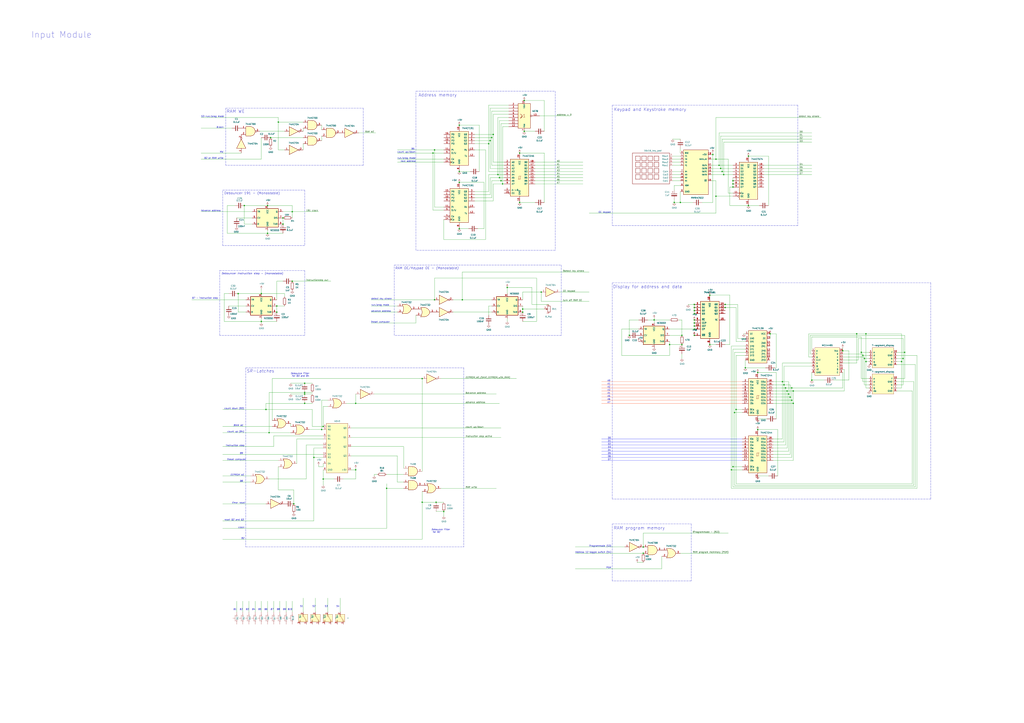
<source format=kicad_sch>
(kicad_sch (version 20250114) (generator "eeschema") (generator_version "9.0")
  (paper "A1")
  (title_block (date "2025-03-30"))
  (text "B4" (at 209.55 501.65 0) (effects (font (size 1.27 1.27) (italic yes)) (justify right bottom)))
  (text "D0" (at 499.11 360.68 0) (effects (font (size 1.27 1.27)) (justify left bottom)))
  (text "EEPROM WE" (at 189.23 391.16 0) (effects (font (size 1.27 1.27) (italic yes)) (justify left bottom)))
  (text "RAM program memmory (PGM)" (at 568.96 454.66 0) (effects (font (size 1.27 1.27)) (justify left bottom)))
  (text "advance address\n" (at 382.27 331.47 0) (effects (font (size 1.27 1.27) (italic yes)) (justify left bottom)))
  (text "PGM" (at 497.84 467.36 0) (effects (font (size 1.27 1.27)) (justify left bottom)))
  (text "A3" (at 457.2 140.97 0) (effects (font (size 1.27 1.27)) (justify left bottom)))
  (text "A4" (at 498.856 323.85 0) (effects (font (size 1.27 1.27)) (justify left bottom)))
  (text "count up (B4)" (at 186.69 355.6 0) (effects (font (size 1.27 1.27) (italic yes)) (justify left bottom)))
  (text "B9" (at 234.95 501.65 0) (effects (font (size 1.27 1.27) (italic yes)) (justify right bottom)))
  (text "A0" (at 498.856 313.69 0) (effects (font (size 1.27 1.27)) (justify left bottom)))
  (text "D1" (at 499.11 363.22 0) (effects (font (size 1.27 1.27)) (justify left bottom)))
  (text "instructionstep out" (at 251.206 231.14 0) (effects (font (size 1.27 1.27) (italic yes)) (justify left bottom)))
  (text "MW" (at 180.34 125.73 0) (effects (font (size 1.27 1.27) (italic yes)) (justify left bottom)))
  (text "A7" (at 498.856 331.47 0) (effects (font (size 1.27 1.27)) (justify left bottom)))
  (text "address = 0" (at 457.2 95.25 0) (effects (font (size 1.27 1.27)) (justify left bottom)))
  (text "A5" (at 498.856 326.39 0) (effects (font (size 1.27 1.27)) (justify left bottom)))
  (text "Debounce Filter\n for B2" (at 354.33 438.15 0) (effects (font (size 1.27 1.27) (italic yes)) (justify left bottom)))
  (text "OE keypad" (at 491.49 175.26 0) (effects (font (size 1.27 1.27)) (justify left bottom)))
  (text "detect key stroke\n" (at 304.8 246.38 0) (effects (font (size 1.27 1.27) (italic yes)) (justify left bottom)))
  (text "D7" (at 656.59 143.51 0) (effects (font (size 1.27 1.27)) (justify left bottom)))
  (text "Display for address and data" (at 503.428 237.236 0) (effects (font (size 2.54 2.54)) (justify left bottom)))
  (text "Debouncer Instruction step - (monostable)" (at 181.864 224.028 0) (effects (font (size 1.524 1.524) (italic yes)) (justify left top)))
  (text "Keypad and Keystroke memory\n" (at 533.908 90.17 0) (effects (font (size 2.54 2.54))))
  (text "instruction step active" (at 382.27 359.41 0) (effects (font (size 1.27 1.27) (italic yes)) (justify left bottom)))
  (text "!reset computer" (at 186.69 378.46 0) (effects (font (size 1.27 1.27) (italic yes)) (justify left bottom)))
  (text "A6" (at 498.856 328.93 0) (effects (font (size 1.27 1.27)) (justify left bottom)))
  (text "B2" (at 198.12 443.23 0) (effects (font (size 1.27 1.27) (italic yes)) (justify left bottom)))
  (text "B9" (at 196.85 373.38 0) (effects (font (size 1.27 1.27) (italic yes)) (justify left bottom)))
  (text "timer reset" (at 190.5 414.02 0) (effects (font (size 1.27 1.27) (italic yes)) (justify left bottom)))
  (text "A3" (at 498.856 321.31 0) (effects (font (size 1.27 1.27)) (justify left bottom)))
  (text "reset Q2 and Q3" (at 184.15 427.99 0) (effects (font (size 1.27 1.27) (italic yes)) (justify left bottom)))
  (text "A1" (at 498.856 316.23 0) (effects (font (size 1.27 1.27)) (justify left bottom)))
  (text "A2" (at 498.856 318.77 0) (effects (font (size 1.27 1.27)) (justify left bottom)))
  (text "D2" (at 656.59 114.3 0) (effects (font (size 1.27 1.27)) (justify left bottom)))
  (text "instruction step" (at 185.42 367.03 0) (effects (font (size 1.27 1.27) (italic yes)) (justify left bottom)))
  (text "Debouncer 191 - (Monostable)" (at 184.15 160.02 0) (effects (font (size 1.905 1.905)) (justify left bottom)))
  (text "detect key stroke\n" (at 655.955 96.52 0) (effects (font (size 1.27 1.27) (italic yes)) (justify left bottom)))
  (text "D6" (at 499.11 375.92 0) (effects (font (size 1.27 1.27)) (justify left bottom)))
  (text "191 clock\n" (at 251.46 173.99 0) (effects (font (size 1.27 1.27)) (justify left bottom)))
  (text "A6" (at 457.2 148.59 0) (effects (font (size 1.27 1.27)) (justify left bottom)))
  (text "RAM write" (at 382.27 401.32 0) (effects (font (size 1.27 1.27) (italic yes)) (justify left bottom)))
  (text "D6" (at 656.59 140.97 0) (effects (font (size 1.27 1.27)) (justify left bottom)))
  (text "A2" (at 457.2 138.43 0) (effects (font (size 1.27 1.27)) (justify left bottom)))
  (text "advance address\n" (at 304.8 256.54 0) (effects (font (size 1.27 1.27) (italic yes)) (justify left bottom)))
  (text "count up/down" (at 326.39 125.73 0) (effects (font (size 1.27 1.27)) (justify left bottom)))
  (text "D3" (at 499.11 368.3 0) (effects (font (size 1.27 1.27)) (justify left bottom)))
  (text "D4" (at 656.59 135.89 0) (effects (font (size 1.27 1.27)) (justify left bottom)))
  (text "B7 - instruction step\n" (at 157.734 245.872 0) (effects (font (size 1.27 1.27)) (justify left bottom)))
  (text "S3-run/prog mode" (at 165.1 96.52 0) (effects (font (size 1.27 1.27) (italic yes)) (justify left bottom)))
  (text "RAM OE/Keypad OE - (Monostable)\n" (at 324.485 221.615 0) (effects (font (size 1.905 1.905) (italic yes)) (justify left bottom)))
  (text "RAM program memory" (at 525.018 434.086 0) (effects (font (size 2.54 2.54))))
  (text "S3" (at 269.24 499.11 0) (effects (font (size 1.27 1.27) (italic yes)) (justify right bottom)))
  (text "clock" (at 195.58 434.34 0) (effects (font (size 1.27 1.27) (italic yes)) (justify left bottom)))
  (text "S1" (at 248.92 499.11 0) (effects (font (size 1.27 1.27) (italic yes)) (justify right bottom)))
  (text "next address\n" (at 328.93 133.35 0) (effects (font (size 1.27 1.27)) (justify left bottom)))
  (text "Advance address\n" (at 165.1 173.99 0) (effects (font (size 1.27 1.27)) (justify left bottom)))
  (text "D5" (at 656.59 138.43 0) (effects (font (size 1.27 1.27)) (justify left bottom)))
  (text "turn off RAM OE" (at 462.28 247.65 0) (effects (font (size 1.27 1.27) (italic yes)) (justify left bottom)))
  (text "count up/down" (at 382.27 351.79 0) (effects (font (size 1.27 1.27) (italic yes)) (justify left bottom)))
  (text "B8" (at 196.85 396.24 0) (effects (font (size 1.27 1.27) (italic yes)) (justify left bottom)))
  (text "B7\n" (at 224.79 501.65 0) (effects (font (size 1.27 1.27) (italic yes)) (justify right bottom)))
  (text "!advance address\n" (at 382.27 323.85 0) (effects (font (size 1.27 1.27) (italic yes)) (justify left bottom)))
  (text "B8" (at 229.87 501.65 0) (effects (font (size 1.27 1.27) (italic yes)) (justify right bottom)))
  (text "D3" (at 656.59 116.84 0) (effects (font (size 1.27 1.27)) (justify left bottom)))
  (text "!clock" (at 177.8 105.41 0) (effects (font (size 1.27 1.27) (italic yes)) (justify left bottom)))
  (text "RAM WE" (at 193.548 91.694 0) (effects (font (size 2.54 2.54))))
  (text "Debounce Filter\n for B3 and B4" (at 238.76 309.88 0) (effects (font (size 1.27 1.27) (italic yes)) (justify left bottom)))
  (text "B3" (at 204.47 501.65 0) (effects (font (size 1.27 1.27) (italic yes)) (justify right bottom)))
  (text "D7" (at 499.11 378.46 0) (effects (font (size 1.27 1.27)) (justify left bottom)))
  (text "B5" (at 214.63 501.65 0) (effects (font (size 1.27 1.27) (italic yes)) (justify right bottom)))
  (text "D4" (at 499.11 370.84 0) (effects (font (size 1.27 1.27)) (justify left bottom)))
  (text "run/prog mode" (at 304.8 251.46 0) (effects (font (size 1.27 1.27) (italic yes)) (justify left bottom)))
  (text "Programmode (S3)" (at 483.87 449.58 0) (effects (font (size 1.27 1.27)) (justify left bottom)))
  (text "A1" (at 457.2 135.89 0) (effects (font (size 1.27 1.27)) (justify left bottom)))
  (text "!detect key stroke\n" (at 462.28 223.52 0) (effects (font (size 1.27 1.27) (italic yes)) (justify left bottom)))
  (text "Address 12 toggle switch (S4)" (at 472.44 454.66 0) (effects (font (size 1.27 1.27)) (justify left bottom)))
  (text "A4" (at 457.2 143.51 0) (effects (font (size 1.27 1.27)) (justify left bottom)))
  (text "!reset computer" (at 304.8 265.43 0) (effects (font (size 1.27 1.27) (italic yes)) (justify left bottom)))
  (text "B2 or RAM write" (at 167.64 130.81 0) (effects (font (size 1.27 1.27) (italic yes)) (justify left bottom)))
  (text "D5" (at 499.11 373.38 0) (effects (font (size 1.27 1.27)) (justify left bottom)))
  (text "Address memory" (at 343.662 79.756 0) (effects (font (size 2.54 2.54)) (justify left bottom)))
  (text "A0" (at 457.2 133.35 0) (effects (font (size 1.27 1.27)) (justify left bottom)))
  (text "S4" (at 278.765 499.11 0) (effects (font (size 1.27 1.27) (italic yes)) (justify right bottom)))
  (text "SR-Latches" (at 202.438 306.578 0) (effects (font (size 2.54 2.54) (italic yes)) (justify left bottom)))
  (text "S2" (at 259.08 499.11 0) (effects (font (size 1.27 1.27) (italic yes)) (justify right bottom)))
  (text "B10" (at 240.03 501.65 0) (effects (font (size 1.27 1.27) (italic yes)) (justify right bottom)))
  (text "A5" (at 457.2 146.05 0) (effects (font (size 1.27 1.27)) (justify left bottom)))
  (text "OE keypad\n" (at 462.28 240.03 0) (effects (font (size 1.27 1.27) (italic yes)) (justify left bottom)))
  (text "EEPROM_WE_(SAVE_EEPROM_with_RAM)" (at 382.27 311.15 0) (effects (font (size 1.27 1.27) (italic yes)) (justify left bottom)))
  (text "count down (B3)" (at 184.15 336.55 0) (effects (font (size 1.27 1.27) (italic yes)) (justify left bottom)))
  (text "RAM WE" (at 299.72 109.22 0) (effects (font (size 1.27 1.27) (italic yes)) (justify left bottom)))
  (text "B1" (at 194.31 501.65 0) (effects (font (size 1.27 1.27) (italic yes)) (justify right bottom)))
  (text "D0" (at 656.59 109.22 0) (effects (font (size 1.27 1.27)) (justify left bottom)))
  (text "!RAM WE" (at 191.77 350.52 0) (effects (font (size 1.27 1.27) (italic yes)) (justify left bottom)))
  (text "!Programmode - (!S3)" (at 568.96 438.15 0) (effects (font (size 1.27 1.27)) (justify left bottom)))
  (text "B2\n" (at 199.39 501.65 0) (effects (font (size 1.27 1.27) (italic yes)) (justify right bottom)))
  (text "D2" (at 499.11 365.76 0) (effects (font (size 1.27 1.27)) (justify left bottom)))
  (text "Input Module" (at 50.546 28.702 0) (effects (font (size 5.08 5.08))))
  (text "B6" (at 219.71 501.65 0) (effects (font (size 1.27 1.27) (italic yes)) (justify right bottom)))
  (text "B5" (at 337.82 123.19 0) (effects (font (size 1.27 1.27)) (justify left bottom)))
  (text "D1" (at 656.59 111.76 0) (effects (font (size 1.27 1.27)) (justify left bottom)))
  (text "A7" (at 457.2 151.13 0) (effects (font (size 1.27 1.27)) (justify left bottom)))
  (text "run/prog mode" (at 326.39 130.81 0) (effects (font (size 1.27 1.27)) (justify left bottom)))
  (junction (at 588.01 130.81))
  (junction (at 711.2 297.18))
  (junction (at 265.43 393.7))
  (junction (at 603.25 339.09))
  (junction (at 647.7 323.85))
  (junction (at 601.98 153.67))
  (junction (at 588.01 161.29))
  (junction (at 549.91 283.21))
  (junction (at 600.71 386.08))
  (junction (at 595.63 250.19))
  (junction (at 214.63 264.16))
  (junction (at 570.23 252.73))
  (junction (at 570.23 267.97))
  (junction (at 622.3 353.06))
  (junction (at 346.71 412.75))
  (junction (at 601.98 383.54))
  (junction (at 560.07 275.59))
  (junction (at 742.95 289.56))
  (junction (at 412.75 151.13))
  (junction (at 222.25 113.03))
  (junction (at 292.1 331.47))
  (junction (at 240.03 173.99))
  (junction (at 570.23 270.51))
  (junction (at 516.89 275.59))
  (junction (at 558.8 166.37))
  (junction (at 364.49 420.37))
  (junction (at 317.5 401.32))
  (junction (at 265.43 350.52))
  (junction (at 591.82 138.43))
  (junction (at 377.19 140.97))
  (junction (at 612.14 302.26))
  (junction (at 594.36 143.51))
  (junction (at 666.75 312.42))
  (junction (at 650.24 318.77))
  (junction (at 642.62 313.69))
  (junction (at 590.55 135.89))
  (junction (at 582.93 242.57))
  (junction (at 408.94 143.51))
  (junction (at 257.81 375.92))
  (junction (at 528.32 454.66))
  (junction (at 707.39 289.56))
  (junction (at 570.23 275.59))
  (junction (at 601.98 151.13))
  (junction (at 614.68 128.27))
  (junction (at 570.23 262.89))
  (junction (at 232.41 179.07))
  (junction (at 651.51 321.31))
  (junction (at 430.53 107.95))
  (junction (at 264.16 353.06))
  (junction (at 570.23 265.43))
  (junction (at 444.5 240.03))
  (junction (at 582.93 283.21))
  (junction (at 250.19 331.47))
  (junction (at 593.09 140.97))
  (junction (at 703.58 274.32))
  (junction (at 646.43 321.31))
  (junction (at 292.1 386.08))
  (junction (at 377.19 149.86))
  (junction (at 622.3 306.07))
  (junction (at 250.19 323.85))
  (junction (at 227.33 256.54))
  (junction (at 250.19 314.96))
  (junction (at 570.23 250.19))
  (junction (at 570.23 257.81))
  (junction (at 377.19 187.96))
  (junction (at 650.24 328.93))
  (junction (at 740.41 297.18))
  (junction (at 232.41 184.15))
  (junction (at 537.21 262.89))
  (junction (at 528.32 449.58))
  (junction (at 711.2 274.32))
  (junction (at 560.07 283.21))
  (junction (at 405.13 110.49))
  (junction (at 430.53 82.55))
  (junction (at 241.3 414.02))
  (junction (at 227.33 251.46))
  (junction (at 416.56 236.22))
  (junction (at 219.71 168.91))
  (junction (at 214.63 241.3))
  (junction (at 356.87 246.38))
  (junction (at 220.98 355.6))
  (junction (at 377.19 102.87))
  (junction (at 403.86 113.03))
  (junction (at 426.72 125.73))
  (junction (at 595.63 252.73))
  (junction (at 410.21 146.05))
  (junction (at 402.59 115.57))
  (junction (at 429.26 256.54))
  (junction (at 228.6 100.33))
  (junction (at 358.14 412.75))
  (junction (at 240.03 231.14))
  (junction (at 643.89 316.23))
  (junction (at 601.98 148.59))
  (junction (at 411.48 148.59))
  (junction (at 645.16 318.77))
  (junction (at 356.87 123.19))
  (junction (at 200.66 168.91))
  (junction (at 219.71 191.77))
  (junction (at 346.71 311.15))
  (junction (at 379.73 246.38))
  (junction (at 250.19 322.58))
  (junction (at 401.32 118.11))
  (junction (at 426.72 166.37))
  (junction (at 570.23 255.27))
  (junction (at 429.26 254))
  (junction (at 741.68 294.64))
  (junction (at 692.15 288.29))
  (junction (at 585.47 127))
  (junction (at 604.52 336.55))
  (junction (at 195.58 241.3))
  (junction (at 355.6 125.73))
  (junction (at 709.93 294.64))
  (junction (at 218.44 336.55))
  (junction (at 614.68 168.91))
  (junction (at 632.46 274.32))
  (junction (at 648.97 326.39))
  (junction (at 651.51 331.47))
  (junction (at 708.66 292.1))
  (junction (at 553.72 166.37))
  (wire (pts (xy 364.49 125.73) (xy 355.6 125.73)))
  (wire (pts (xy 645.16 318.77) (xy 635 318.77)))
  (wire (pts (xy 713.74 297.18) (xy 711.2 297.18)))
  (wire (pts (xy 604.52 292.1) (xy 604.52 336.55)))
  (wire (pts (xy 711.2 297.18) (xy 711.2 318.77)))
  (wire (pts (xy 264.16 353.06) (xy 265.43 353.06)))
  (wire (pts (xy 429.26 251.46) (xy 429.26 254)))
  (wire (pts (xy 261.62 383.54) (xy 261.62 382.27)))
  (wire (pts (xy 220.98 322.58) (xy 220.98 355.6)))
  (polyline (pts (xy 250.19 275.59) (xy 180.34 275.59)) (stroke (width 0) (type dash)))
  (wire (pts (xy 510.54 270.51) (xy 524.51 270.51)))
  (wire (pts (xy 364.49 123.19) (xy 356.87 123.19)))
  (wire (pts (xy 429.26 254) (xy 429.26 256.54)))
  (wire (pts (xy 309.88 389.89) (xy 307.34 389.89)))
  (wire (pts (xy 736.6 294.64) (xy 741.68 294.64)))
  (wire (pts (xy 401.32 157.48) (xy 401.32 143.51)))
  (wire (pts (xy 593.09 140.97) (xy 601.98 140.97)))
  (wire (pts (xy 402.59 115.57) (xy 402.59 88.9)))
  (wire (pts (xy 257.81 427.99) (xy 182.88 427.99)))
  (wire (pts (xy 576.58 166.37) (xy 585.47 166.37)))
  (wire (pts (xy 494.03 365.76) (xy 609.6 365.76)) (stroke (width 0) (color 0 10 255 1)))
  (wire (pts (xy 265.43 393.7) (xy 265.43 398.78)))
  (wire (pts (xy 402.59 115.57) (xy 402.59 138.43)))
  (wire (pts (xy 259.08 491.49) (xy 259.08 502.92)))
  (wire (pts (xy 582.93 283.21) (xy 588.01 283.21)))
  (wire (pts (xy 248.92 100.33) (xy 228.6 100.33)))
  (polyline (pts (xy 502.92 86.36) (xy 655.32 86.36)) (stroke (width 0) (type dash)))
  (wire (pts (xy 740.41 297.18) (xy 740.41 318.77)))
  (polyline (pts (xy 502.92 232.41) (xy 502.92 410.21)) (stroke (width 0) (type dash)))
  (wire (pts (xy 256.54 350.52) (xy 265.43 350.52)))
  (wire (pts (xy 642.62 313.69) (xy 642.62 298.45)))
  (wire (pts (xy 594.36 116.84) (xy 666.75 116.84)))
  (wire (pts (xy 317.5 401.32) (xy 331.47 401.32)))
  (wire (pts (xy 405.13 110.49) (xy 405.13 133.35)))
  (wire (pts (xy 264.16 102.87) (xy 264.16 106.68)))
  (wire (pts (xy 750.57 398.78) (xy 750.57 313.69)))
  (wire (pts (xy 707.39 311.15) (xy 713.74 311.15)))
  (wire (pts (xy 364.49 196.85) (xy 364.49 180.34)))
  (wire (pts (xy 228.6 383.54) (xy 228.6 402.59)))
  (wire (pts (xy 570.23 257.81) (xy 570.23 255.27)))
  (wire (pts (xy 601.98 161.29) (xy 588.01 161.29)))
  (wire (pts (xy 605.79 250.19) (xy 595.63 250.19)))
  (wire (pts (xy 194.31 494.03) (xy 194.31 502.92)))
  (wire (pts (xy 537.21 265.43) (xy 537.21 262.89)))
  (wire (pts (xy 598.17 158.75) (xy 598.17 130.81)))
  (wire (pts (xy 595.63 252.73) (xy 604.52 252.73)))
  (wire (pts (xy 232.41 191.77) (xy 219.71 191.77)))
  (wire (pts (xy 401.32 143.51) (xy 408.94 143.51)))
  (wire (pts (xy 558.8 166.37) (xy 568.96 166.37)))
  (wire (pts (xy 429.26 246.38) (xy 429.26 240.03)))
  (wire (pts (xy 265.43 393.7) (xy 274.32 393.7)))
  (wire (pts (xy 408.94 143.51) (xy 408.94 96.52)))
  (wire (pts (xy 410.21 99.06) (xy 417.83 99.06)))
  (wire (pts (xy 403.86 113.03) (xy 403.86 135.89)))
  (wire (pts (xy 361.95 311.15) (xy 424.18 311.15)))
  (wire (pts (xy 558.8 146.05) (xy 552.45 146.05)))
  (wire (pts (xy 264.16 115.57) (xy 264.16 111.76)))
  (wire (pts (xy 713.74 294.64) (xy 709.93 294.64)))
  (wire (pts (xy 364.49 420.37) (xy 364.49 424.18)))
  (wire (pts (xy 436.88 236.22) (xy 416.56 236.22)))
  (wire (pts (xy 379.73 246.38) (xy 372.11 246.38)))
  (wire (pts (xy 408.94 96.52) (xy 417.83 96.52)))
  (wire (pts (xy 647.7 323.85) (xy 635 323.85)))
  (wire (pts (xy 222.25 113.03) (xy 248.92 113.03)))
  (wire (pts (xy 588.01 96.52) (xy 674.37 96.52)))
  (wire (pts (xy 379.73 246.38) (xy 379.73 223.52)))
  (wire (pts (xy 642.62 313.69) (xy 647.7 313.69)))
  (wire (pts (xy 627.38 143.51) (xy 666.75 143.51)))
  (wire (pts (xy 588.01 161.29) (xy 588.01 148.59)))
  (wire (pts (xy 257.81 368.3) (xy 265.43 368.3)))
  (wire (pts (xy 248.92 118.11) (xy 248.92 123.19)))
  (wire (pts (xy 269.24 491.49) (xy 269.24 502.92)))
  (wire (pts (xy 250.19 323.85) (xy 238.76 323.85)))
  (wire (pts (xy 397.51 187.96) (xy 397.51 149.86)))
  (wire (pts (xy 472.44 449.58) (xy 513.08 449.58)))
  (wire (pts (xy 494.03 373.38) (xy 609.6 373.38)) (stroke (width 0) (color 0 10 255 1)))
  (wire (pts (xy 220.98 393.7) (xy 251.46 393.7)))
  (wire (pts (xy 326.39 256.54) (xy 304.8 256.54)))
  (wire (pts (xy 356.87 170.18) (xy 364.49 170.18)))
  (wire (pts (xy 402.59 160.02) (xy 402.59 146.05)))
  (wire (pts (xy 604.52 252.73) (xy 604.52 280.67)))
  (wire (pts (xy 697.23 312.42) (xy 697.23 288.29)))
  (wire (pts (xy 635 378.46) (xy 651.51 378.46)))
  (wire (pts (xy 386.08 140.97) (xy 377.19 140.97)))
  (wire (pts (xy 389.89 162.56) (xy 403.86 162.56)))
  (wire (pts (xy 401.32 251.46) (xy 403.86 251.46)))
  (wire (pts (xy 232.41 179.07) (xy 232.41 184.15)))
  (wire (pts (xy 601.98 146.05) (xy 601.98 148.59)))
  (wire (pts (xy 294.64 109.22) (xy 308.61 109.22)))
  (wire (pts (xy 416.56 264.16) (xy 416.56 261.62)))
  (wire (pts (xy 510.54 292.1) (xy 510.54 270.51)))
  (wire (pts (xy 666.75 276.86) (xy 707.39 276.86)))
  (wire (pts (xy 405.13 151.13) (xy 412.75 151.13)))
  (polyline (pts (xy 764.54 410.21) (xy 502.92 410.21)) (stroke (width 0) (type dash)))
  (wire (pts (xy 635 316.23) (xy 643.89 316.23)))
  (wire (pts (xy 184.15 241.3) (xy 187.96 241.3)))
  (wire (pts (xy 600.71 284.48) (xy 600.71 386.08)))
  (wire (pts (xy 288.29 367.03) (xy 331.47 367.03)))
  (wire (pts (xy 635 321.31) (xy 646.43 321.31)))
  (wire (pts (xy 692.15 298.45) (xy 703.58 298.45)))
  (wire (pts (xy 403.86 246.38) (xy 379.73 246.38)))
  (wire (pts (xy 440.69 228.6) (xy 440.69 264.16)))
  (wire (pts (xy 288.29 351.79) (xy 411.48 351.79)))
  (wire (pts (xy 227.33 251.46) (xy 227.33 256.54)))
  (wire (pts (xy 516.89 275.59) (xy 516.89 262.89)))
  (wire (pts (xy 233.68 251.46) (xy 227.33 251.46)))
  (wire (pts (xy 612.14 278.13) (xy 605.79 278.13)))
  (wire (pts (xy 209.55 494.03) (xy 209.55 502.92)))
  (wire (pts (xy 213.36 107.95) (xy 233.68 107.95)))
  (polyline (pts (xy 323.85 275.59) (xy 323.85 217.805)) (stroke (width 0) (type dash)))
  (wire (pts (xy 584.2 127) (xy 585.47 127)))
  (polyline (pts (xy 502.92 430.53) (xy 567.69 430.53)) (stroke (width 0) (type dash)))
  (wire (pts (xy 612.14 292.1) (xy 604.52 292.1)))
  (wire (pts (xy 591.82 111.76) (xy 666.75 111.76)))
  (wire (pts (xy 637.54 306.07) (xy 622.3 306.07)))
  (wire (pts (xy 494.03 363.22) (xy 609.6 363.22)) (stroke (width 0) (color 0 10 255 1)))
  (wire (pts (xy 326.39 133.35) (xy 364.49 133.35)))
  (wire (pts (xy 711.2 274.32) (xy 740.41 274.32)))
  (wire (pts (xy 709.93 316.23) (xy 713.74 316.23)))
  (wire (pts (xy 601.98 287.02) (xy 601.98 383.54)))
  (wire (pts (xy 588.01 148.59) (xy 584.2 148.59)))
  (wire (pts (xy 627.38 135.89) (xy 666.75 135.89)))
  (wire (pts (xy 346.71 387.35) (xy 346.71 311.15)))
  (wire (pts (xy 642.62 360.68) (xy 642.62 313.69)))
  (wire (pts (xy 549.91 280.67) (xy 549.91 283.21)))
  (wire (pts (xy 439.42 135.89) (xy 478.79 135.89)))
  (wire (pts (xy 444.5 240.03) (xy 444.5 247.65)))
  (wire (pts (xy 584.2 130.81) (xy 588.01 130.81)))
  (wire (pts (xy 317.5 389.89) (xy 331.47 389.89)))
  (wire (pts (xy 214.63 113.03) (xy 214.63 130.81)))
  (wire (pts (xy 165.1 173.99) (xy 207.01 173.99)))
  (wire (pts (xy 494.03 318.77) (xy 609.6 318.77)) (stroke (width 0) (color 255 55 0 1)))
  (wire (pts (xy 600.71 386.08) (xy 609.6 386.08)))
  (wire (pts (xy 612.14 274.32) (xy 610.87 274.32)))
  (wire (pts (xy 651.51 378.46) (xy 651.51 331.47)))
  (wire (pts (xy 165.1 105.41) (xy 190.5 105.41)))
  (polyline (pts (xy 455.93 74.93) (xy 455.93 205.74)) (stroke (width 0) (type dash)))
  (wire (pts (xy 601.98 148.59) (xy 601.98 151.13)))
  (wire (pts (xy 195.58 241.3) (xy 214.63 241.3)))
  (wire (pts (xy 227.33 231.14) (xy 227.33 246.38)))
  (wire (pts (xy 200.66 168.91) (xy 219.71 168.91)))
  (wire (pts (xy 214.63 264.16) (xy 184.15 264.16)))
  (wire (pts (xy 307.34 323.85) (xy 407.67 323.85)))
  (wire (pts (xy 588.01 130.81) (xy 588.01 96.52)))
  (wire (pts (xy 594.36 143.51) (xy 601.98 143.51)))
  (wire (pts (xy 707.39 276.86) (xy 707.39 289.56)))
  (wire (pts (xy 436.88 250.19) (xy 450.85 250.19)))
  (wire (pts (xy 584.2 143.51) (xy 594.36 143.51)))
  (wire (pts (xy 256.54 314.96) (xy 250.19 314.96)))
  (wire (pts (xy 593.09 140.97) (xy 593.09 114.3)))
  (wire (pts (xy 601.98 153.67) (xy 599.44 153.67)))
  (wire (pts (xy 401.32 86.36) (xy 417.83 86.36)))
  (wire (pts (xy 165.1 130.81) (xy 214.63 130.81)))
  (wire (pts (xy 627.38 138.43) (xy 666.75 138.43)))
  (wire (pts (xy 603.25 289.56) (xy 603.25 339.09)))
  (wire (pts (xy 494.03 313.69) (xy 609.6 313.69)) (stroke (width 0) (color 255 55 0 1)))
  (wire (pts (xy 233.68 243.84) (xy 233.68 241.3)))
  (wire (pts (xy 646.43 368.3) (xy 635 368.3)))
  (wire (pts (xy 603.25 339.09) (xy 609.6 339.09)))
  (wire (pts (xy 750.57 313.69) (xy 736.6 313.69)))
  (polyline (pts (xy 655.32 86.36) (xy 655.32 185.42)) (stroke (width 0) (type dash)))
  (polyline (pts (xy 502.92 477.52) (xy 502.92 430.53)) (stroke (width 0) (type dash)))
  (wire (pts (xy 666.75 288.29) (xy 666.75 276.86)))
  (wire (pts (xy 532.13 262.89) (xy 537.21 262.89)))
  (polyline (pts (xy 655.32 185.42) (xy 502.92 185.42)) (stroke (width 0) (type dash)))
  (wire (pts (xy 364.49 420.37) (xy 358.14 420.37)))
  (wire (pts (xy 326.39 396.24) (xy 331.47 396.24)))
  (wire (pts (xy 635 326.39) (xy 648.97 326.39)))
  (wire (pts (xy 341.63 259.08) (xy 341.63 265.43)))
  (wire (pts (xy 494.03 328.93) (xy 609.6 328.93)) (stroke (width 0) (color 255 55 0 1)))
  (wire (pts (xy 584.2 135.89) (xy 590.55 135.89)))
  (wire (pts (xy 182.88 367.03) (xy 224.79 367.03)))
  (wire (pts (xy 223.52 311.15) (xy 223.52 345.44)))
  (wire (pts (xy 220.98 355.6) (xy 238.76 355.6)))
  (wire (pts (xy 549.91 270.51) (xy 570.23 270.51)))
  (wire (pts (xy 650.24 328.93) (xy 635 328.93)))
  (wire (pts (xy 429.26 254) (xy 447.04 254)))
  (wire (pts (xy 250.19 331.47) (xy 256.54 331.47)))
  (wire (pts (xy 666.75 312.42) (xy 676.91 312.42)))
  (wire (pts (xy 741.68 278.13) (xy 741.68 294.64)))
  (wire (pts (xy 265.43 334.01) (xy 269.24 334.01)))
  (wire (pts (xy 389.89 157.48) (xy 401.32 157.48)))
  (polyline (pts (xy 502.92 86.36) (xy 502.92 185.42)) (stroke (width 0) (type dash)))
  (wire (pts (xy 182.88 355.6) (xy 220.98 355.6)))
  (wire (pts (xy 165.1 96.52) (xy 228.6 96.52)))
  (polyline (pts (xy 180.34 222.25) (xy 250.19 222.25)) (stroke (width 0) (type dash)))
  (wire (pts (xy 439.42 146.05) (xy 478.79 146.05)))
  (wire (pts (xy 447.04 125.73) (xy 447.04 166.37)))
  (wire (pts (xy 265.43 383.54) (xy 261.62 383.54)))
  (wire (pts (xy 232.41 173.99) (xy 240.03 173.99)))
  (wire (pts (xy 741.68 294.64) (xy 741.68 316.23)))
  (wire (pts (xy 410.21 146.05) (xy 414.02 146.05)))
  (polyline (pts (xy 298.45 135.89) (xy 185.42 135.89)) (stroke (width 0) (type dash)))
  (wire (pts (xy 647.7 370.84) (xy 647.7 323.85)))
  (polyline (pts (xy 455.93 205.74) (xy 341.63 205.74)) (stroke (width 0) (type dash)))
  (wire (pts (xy 494.03 331.47) (xy 609.6 331.47)) (stroke (width 0) (color 255 55 0 1)))
  (wire (pts (xy 389.89 165.1) (xy 405.13 165.1)))
  (wire (pts (xy 599.44 153.67) (xy 599.44 168.91)))
  (wire (pts (xy 401.32 259.08) (xy 401.32 251.46)))
  (wire (pts (xy 447.04 107.95) (xy 447.04 82.55)))
  (wire (pts (xy 651.51 321.31) (xy 651.51 331.47)))
  (wire (pts (xy 229.87 494.03) (xy 229.87 502.92)))
  (wire (pts (xy 736.6 289.56) (xy 742.95 289.56)))
  (wire (pts (xy 186.69 168.91) (xy 186.69 191.77)))
  (wire (pts (xy 444.5 247.65) (xy 483.87 247.65)))
  (wire (pts (xy 182.88 414.02) (xy 218.44 414.02)))
  (wire (pts (xy 459.74 240.03) (xy 483.87 240.03)))
  (wire (pts (xy 708.66 313.69) (xy 713.74 313.69)))
  (wire (pts (xy 594.36 143.51) (xy 594.36 116.84)))
  (wire (pts (xy 666.75 290.83) (xy 665.48 290.83)))
  (wire (pts (xy 742.95 311.15) (xy 736.6 311.15)))
  (wire (pts (xy 650.24 375.92) (xy 650.24 328.93)))
  (wire (pts (xy 708.66 292.1) (xy 708.66 313.69)))
  (wire (pts (xy 736.6 299.72) (xy 751.84 299.72)))
  (wire (pts (xy 284.48 331.47) (xy 292.1 331.47)))
  (wire (pts (xy 393.7 140.97) (xy 393.7 102.87)))
  (wire (pts (xy 600.71 401.32) (xy 753.11 401.32)))
  (polyline (pts (xy 461.01 275.59) (xy 323.85 275.59)) (stroke (width 0) (type dash)))
  (wire (pts (xy 622.3 344.17) (xy 629.92 344.17)))
  (wire (pts (xy 238.76 347.98) (xy 238.76 350.52)))
  (wire (pts (xy 410.21 146.05) (xy 410.21 99.06)))
  (wire (pts (xy 265.43 386.08) (xy 265.43 393.7)))
  (wire (pts (xy 219.71 189.23) (xy 219.71 191.77)))
  (wire (pts (xy 288.29 359.41) (xy 411.48 359.41)))
  (wire (pts (xy 279.4 491.49) (xy 279.4 502.92)))
  (wire (pts (xy 643.89 316.23) (xy 643.89 363.22)))
  (wire (pts (xy 612.14 289.56) (xy 603.25 289.56)))
  (wire (pts (xy 584.2 140.97) (xy 593.09 140.97)))
  (wire (pts (xy 389.89 118.11) (xy 401.32 118.11)))
  (wire (pts (xy 588.01 175.26) (xy 483.87 175.26)))
  (wire (pts (xy 664.21 293.37) (xy 664.21 274.32)))
  (wire (pts (xy 646.43 321.31) (xy 646.43 368.3)))
  (wire (pts (xy 224.79 358.14) (xy 224.79 367.03)))
  (wire (pts (xy 549.91 283.21) (xy 549.91 292.1)))
  (wire (pts (xy 598.17 130.81) (xy 588.01 130.81)))
  (wire (pts (xy 182.88 350.52) (xy 223.52 350.52)))
  (polyline (pts (xy 182.88 156.21) (xy 250.19 156.21)) (stroke (width 0) (type dash)))
  (wire (pts (xy 304.8 251.46) (xy 326.39 251.46)))
  (wire (pts (xy 361.95 401.32) (xy 407.67 401.32)))
  (wire (pts (xy 227.33 231.14) (xy 232.41 231.14)))
  (wire (pts (xy 528.32 438.15) (xy 598.17 438.15)))
  (wire (pts (xy 182.88 396.24) (xy 205.74 396.24)))
  (wire (pts (xy 635 360.68) (xy 642.62 360.68)))
  (wire (pts (xy 195.58 256.54) (xy 195.58 241.3)))
  (polyline (pts (xy 180.34 275.59) (xy 180.34 222.25)) (stroke (width 0) (type dash)))
  (wire (pts (xy 250.19 314.96) (xy 238.76 314.96)))
  (wire (pts (xy 228.6 123.19) (xy 233.68 123.19)))
  (wire (pts (xy 537.21 262.89) (xy 537.21 261.62)))
  (wire (pts (xy 326.39 374.65) (xy 326.39 396.24)))
  (wire (pts (xy 603.25 339.09) (xy 603.25 398.78)))
  (wire (pts (xy 601.98 383.54) (xy 609.6 383.54)))
  (wire (pts (xy 257.81 375.92) (xy 257.81 368.3)))
  (wire (pts (xy 204.47 494.03) (xy 204.47 502.92)))
  (wire (pts (xy 643.89 316.23) (xy 648.97 316.23)))
  (polyline (pts (xy 250.19 222.25) (xy 250.19 275.59)) (stroke (width 0) (type dash)))
  (wire (pts (xy 558.8 130.81) (xy 552.45 130.81)))
  (polyline (pts (xy 201.93 302.26) (xy 201.93 449.58)) (stroke (width 0) (type dash)))
  (wire (pts (xy 412.75 151.13) (xy 412.75 104.14)))
  (wire (pts (xy 543.56 457.2) (xy 543.56 467.36)))
  (wire (pts (xy 494.03 378.46) (xy 609.6 378.46)) (stroke (width 0) (color 0 10 255 1)))
  (wire (pts (xy 560.07 262.89) (xy 560.07 275.59)))
  (wire (pts (xy 403.86 91.44) (xy 417.83 91.44)))
  (wire (pts (xy 585.47 127) (xy 585.47 125.73)))
  (wire (pts (xy 250.19 322.58) (xy 220.98 322.58)))
  (wire (pts (xy 584.2 138.43) (xy 591.82 138.43)))
  (wire (pts (xy 627.38 140.97) (xy 666.75 140.97)))
  (wire (pts (xy 664.21 274.32) (xy 703.58 274.32)))
  (wire (pts (xy 234.95 494.03) (xy 234.95 502.92)))
  (wire (pts (xy 389.89 113.03) (xy 403.86 113.03)))
  (wire (pts (xy 751.84 299.72) (xy 751.84 400.05)))
  (wire (pts (xy 292.1 323.85) (xy 292.1 331.47)))
  (wire (pts (xy 638.81 353.06) (xy 622.3 353.06)))
  (wire (pts (xy 612.14 302.26) (xy 612.14 295.91)))
  (wire (pts (xy 443.23 95.25) (xy 468.63 95.25)))
  (wire (pts (xy 411.48 148.59) (xy 411.48 101.6)))
  (polyline (pts (xy 185.42 88.9) (xy 298.45 88.9)) (stroke (width 0) (type dash)))
  (wire (pts (xy 645.16 365.76) (xy 645.16 318.77)))
  (wire (pts (xy 472.44 454.66) (xy 528.32 454.66)))
  (wire (pts (xy 635 365.76) (xy 645.16 365.76)))
  (wire (pts (xy 240.03 173.99) (xy 240.03 168.91)))
  (wire (pts (xy 651.51 331.47) (xy 635 331.47)))
  (wire (pts (xy 218.44 336.55) (xy 256.54 336.55)))
  (wire (pts (xy 742.95 289.56) (xy 742.95 311.15)))
  (wire (pts (xy 749.3 397.51) (xy 749.3 321.31)))
  (wire (pts (xy 240.03 173.99) (xy 240.03 179.07)))
  (wire (pts (xy 516.89 262.89) (xy 524.51 262.89)))
  (wire (pts (xy 405.13 133.35) (xy 414.02 133.35)))
  (wire (pts (xy 599.44 283.21) (xy 599.44 242.57)))
  (wire (pts (xy 194.31 179.07) (xy 207.01 179.07)))
  (wire (pts (xy 439.42 143.51) (xy 478.79 143.51)))
  (wire (pts (xy 326.39 123.19) (xy 356.87 123.19)))
  (wire (pts (xy 494.03 375.92) (xy 609.6 375.92)) (stroke (width 0) (color 0 10 255 1)))
  (wire (pts (xy 646.43 321.31) (xy 651.51 321.31)))
  (wire (pts (xy 558.8 121.92) (xy 558.8 125.73)))
  (wire (pts (xy 612.14 287.02) (xy 601.98 287.02)))
  (wire (pts (xy 254 353.06) (xy 264.16 353.06)))
  (polyline (pts (xy 341.63 74.93) (xy 455.93 74.93)) (stroke (width 0) (type dash)))
  (wire (pts (xy 228.6 100.33) (xy 228.6 96.52)))
  (wire (pts (xy 403.86 148.59) (xy 411.48 148.59)))
  (wire (pts (xy 200.66 184.15) (xy 200.66 168.91)))
  (wire (pts (xy 356.87 123.19) (xy 356.87 170.18)))
  (polyline (pts (xy 201.93 449.58) (xy 381 449.58)) (stroke (width 0) (type dash)))
  (polyline (pts (xy 461.01 217.805) (xy 461.01 275.59)) (stroke (width 0) (type dash)))
  (wire (pts (xy 603.25 398.78) (xy 750.57 398.78)))
  (wire (pts (xy 570.23 250.19) (xy 565.15 250.19)))
  (wire (pts (xy 552.45 140.97) (xy 558.8 140.97)))
  (wire (pts (xy 411.48 148.59) (xy 414.02 148.59)))
  (wire (pts (xy 405.13 165.1) (xy 405.13 151.13)))
  (wire (pts (xy 709.93 294.64) (xy 709.93 316.23)))
  (wire (pts (xy 326.39 125.73) (xy 355.6 125.73)))
  (wire (pts (xy 703.58 298.45) (xy 703.58 274.32)))
  (wire (pts (xy 393.7 102.87) (xy 377.19 102.87)))
  (wire (pts (xy 736.6 297.18) (xy 740.41 297.18)))
  (wire (pts (xy 494.03 370.84) (xy 609.6 370.84)) (stroke (width 0) (color 0 10 255 1)))
  (wire (pts (xy 637.54 344.17) (xy 637.54 306.07)))
  (wire (pts (xy 612.14 284.48) (xy 600.71 284.48)))
  (wire (pts (xy 265.43 373.38) (xy 182.88 373.38)))
  (wire (pts (xy 494.03 326.39) (xy 609.6 326.39)) (stroke (width 0) (color 255 55 0 1)))
  (wire (pts (xy 590.55 135.89) (xy 601.98 135.89)))
  (wire (pts (xy 389.89 110.49) (xy 405.13 110.49)))
  (wire (pts (xy 408.94 143.51) (xy 414.02 143.51)))
  (wire (pts (xy 553.72 152.4) (xy 553.72 156.21)))
  (wire (pts (xy 219.71 494.03) (xy 219.71 502.92)))
  (wire (pts (xy 537.21 262.89) (xy 549.91 262.89)))
  (wire (pts (xy 195.58 256.54) (xy 201.93 256.54)))
  (wire (pts (xy 553.72 163.83) (xy 553.72 166.37)))
  (wire (pts (xy 692.15 295.91) (xy 704.85 295.91)))
  (wire (pts (xy 741.68 316.23) (xy 736.6 316.23)))
  (wire (pts (xy 590.55 135.89) (xy 590.55 109.22)))
  (wire (pts (xy 709.93 293.37) (xy 709.93 294.64)))
  (wire (pts (xy 558.8 454.66) (xy 598.17 454.66)))
  (wire (pts (xy 692.15 288.29) (xy 692.15 285.75)))
  (wire (pts (xy 402.59 138.43) (xy 414.02 138.43)))
  (wire (pts (xy 591.82 138.43) (xy 591.82 111.76)))
  (wire (pts (xy 264.16 328.93) (xy 269.24 328.93)))
  (wire (pts (xy 346.71 412.75) (xy 346.71 443.23)))
  (wire (pts (xy 251.46 365.76) (xy 251.46 393.7)))
  (wire (pts (xy 250.19 322.58) (xy 256.54 322.58)))
  (wire (pts (xy 632.46 278.13) (xy 632.46 274.32)))
  (wire (pts (xy 214.63 237.49) (xy 214.63 241.3)))
  (wire (pts (xy 182.88 391.16) (xy 205.74 391.16)))
  (wire (pts (xy 233.68 241.3) (xy 214.63 241.3)))
  (wire (pts (xy 753.11 401.32) (xy 753.11 292.1)))
  (wire (pts (xy 358.14 412.75) (xy 346.71 412.75)))
  (wire (pts (xy 604.52 280.67) (xy 612.14 280.67)))
  (wire (pts (xy 648.97 316.23) (xy 648.97 326.39)))
  (wire (pts (xy 558.8 157.48) (xy 558.8 166.37)))
  (wire (pts (xy 364.49 412.75) (xy 358.14 412.75)))
  (wire (pts (xy 753.11 292.1) (xy 736.6 292.1)))
  (wire (pts (xy 552.45 143.51) (xy 558.8 143.51)))
  (wire (pts (xy 666.75 306.07) (xy 666.75 312.42)))
  (wire (pts (xy 292.1 331.47) (xy 410.21 331.47)))
  (wire (pts (xy 265.43 350.52) (xy 265.43 334.01)))
  (wire (pts (xy 214.63 264.16) (xy 214.63 265.43)))
  (wire (pts (xy 595.63 283.21) (xy 599.44 283.21)))
  (wire (pts (xy 436.88 236.22) (xy 436.88 250.19)))
  (wire (pts (xy 411.48 101.6) (xy 417.83 101.6)))
  (wire (pts (xy 250.19 331.47) (xy 218.44 331.47)))
  (polyline (pts (xy 381 302.26) (xy 381 449.58)) (stroke (width 0) (type dash)))
  (wire (pts (xy 240.03 173.99) (xy 261.62 173.99)))
  (wire (pts (xy 684.53 312.42) (xy 697.23 312.42)))
  (wire (pts (xy 494.03 360.68) (xy 609.6 360.68)) (stroke (width 0) (color 0 10 255 1)))
  (wire (pts (xy 614.68 168.91) (xy 623.57 168.91)))
  (wire (pts (xy 647.7 313.69) (xy 647.7 323.85)))
  (wire (pts (xy 401.32 118.11) (xy 401.32 86.36)))
  (wire (pts (xy 549.91 275.59) (xy 560.07 275.59)))
  (wire (pts (xy 472.44 467.36) (xy 543.56 467.36)))
  (wire (pts (xy 632.46 274.32) (xy 637.54 274.32)))
  (wire (pts (xy 590.55 109.22) (xy 666.75 109.22)))
  (wire (pts (xy 643.89 300.99) (xy 666.75 300.99)))
  (wire (pts (xy 591.82 138.43) (xy 601.98 138.43)))
  (wire (pts (xy 439.42 151.13) (xy 478.79 151.13)))
  (wire (pts (xy 398.78 123.19) (xy 398.78 196.85)))
  (polyline (pts (xy 567.69 430.53) (xy 567.69 477.52)) (stroke (width 0) (type dash)))
  (wire (pts (xy 651.51 321.31) (xy 693.42 321.31)))
  (wire (pts (xy 692.15 293.37) (xy 709.93 293.37)))
  (wire (pts (xy 439.42 133.35) (xy 478.79 133.35)))
  (wire (pts (xy 665.48 290.83) (xy 665.48 275.59)))
  (wire (pts (xy 570.23 267.97) (xy 570.23 265.43)))
  (wire (pts (xy 553.72 166.37) (xy 558.8 166.37)))
  (wire (pts (xy 228.6 402.59) (xy 241.3 402.59)))
  (wire (pts (xy 439.42 140.97) (xy 478.79 140.97)))
  (polyline (pts (xy 567.69 477.52) (xy 502.92 477.52)) (stroke (width 0) (type dash)))
  (wire (pts (xy 412.75 104.14) (xy 417.83 104.14)))
  (wire (pts (xy 648.97 326.39) (xy 648.97 373.38)))
  (wire (pts (xy 265.43 365.76) (xy 251.46 365.76)))
  (wire (pts (xy 697.23 288.29) (xy 692.15 288.29)))
  (wire (pts (xy 228.6 100.33) (xy 228.6 123.19)))
  (wire (pts (xy 549.91 283.21) (xy 560.07 283.21)))
  (wire (pts (xy 494.03 323.85) (xy 609.6 323.85)) (stroke (width 0) (color 255 55 0 1)))
  (wire (pts (xy 612.14 302.26) (xy 628.65 302.26)))
  (wire (pts (xy 570.23 262.89) (xy 570.23 265.43)))
  (wire (pts (xy 553.72 152.4) (xy 558.8 152.4)))
  (wire (pts (xy 666.75 293.37) (xy 664.21 293.37)))
  (wire (pts (xy 601.98 400.05) (xy 601.98 383.54)))
  (wire (pts (xy 642.62 313.69) (xy 635 313.69)))
  (wire (pts (xy 218.44 331.47) (xy 218.44 336.55)))
  (wire (pts (xy 331.47 367.03) (xy 331.47 384.81)))
  (wire (pts (xy 692.15 318.77) (xy 692.15 306.07)))
  (wire (pts (xy 326.39 130.81) (xy 364.49 130.81)))
  (wire (pts (xy 426.72 125.73) (xy 447.04 125.73)))
  (wire (pts (xy 265.43 360.68) (xy 243.84 360.68)))
  (wire (pts (xy 645.16 318.77) (xy 650.24 318.77)))
  (wire (pts (xy 693.42 303.53) (xy 692.15 303.53)))
  (wire (pts (xy 356.87 228.6) (xy 440.69 228.6)))
  (wire (pts (xy 264.16 353.06) (xy 264.16 328.93)))
  (wire (pts (xy 604.52 336.55) (xy 609.6 336.55)))
  (wire (pts (xy 182.88 443.23) (xy 346.71 443.23)))
  (wire (pts (xy 288.29 374.65) (xy 326.39 374.65)))
  (wire (pts (xy 356.87 228.6) (xy 356.87 246.38)))
  (wire (pts (xy 193.04 168.91) (xy 186.69 168.91)))
  (wire (pts (xy 240.03 168.91) (xy 219.71 168.91)))
  (wire (pts (xy 711.2 318.77) (xy 713.74 318.77)))
  (wire (pts (xy 392.43 187.96) (xy 397.51 187.96)))
  (wire (pts (xy 398.78 196.85) (xy 364.49 196.85)))
  (polyline (pts (xy 250.19 201.93) (xy 182.88 201.93)) (stroke (width 0) (type dash)))
  (polyline (pts (xy 185.42 88.9) (xy 185.42 135.89)) (stroke (width 0) (type dash)))
  (wire (pts (xy 355.6 172.72) (xy 364.49 172.72)))
  (wire (pts (xy 307.34 389.89) (xy 307.34 391.16)))
  (wire (pts (xy 389.89 123.19) (xy 398.78 123.19)))
  (wire (pts (xy 346.71 311.15) (xy 223.52 311.15)))
  (wire (pts (xy 372.11 256.54) (xy 403.86 256.54)))
  (wire (pts (xy 317.5 397.51) (xy 317.5 401.32)))
  (wire (pts (xy 643.89 316.23) (xy 643.89 300.99)))
  (wire (pts (xy 377.19 187.96) (xy 384.81 187.96)))
  (wire (pts (xy 637.54 302.26) (xy 636.27 302.26)))
  (wire (pts (xy 650.24 318.77) (xy 650.24 328.93)))
  (wire (pts (xy 447.04 82.55) (xy 430.53 82.55)))
  (wire (pts (xy 601.98 158.75) (xy 598.17 158.75)))
  (wire (pts (xy 243.84 360.68) (xy 243.84 381)))
  (wire (pts (xy 605.79 278.13) (xy 605.79 250.19)))
  (wire (pts (xy 207.01 184.15) (xy 200.66 184.15)))
  (wire (pts (xy 742.95 275.59) (xy 742.95 289.56)))
  (wire (pts (xy 585.47 166.37) (xy 585.47 127)))
  (wire (pts (xy 749.3 321.31) (xy 736.6 321.31)))
  (wire (pts (xy 494.03 316.23) (xy 609.6 316.23)) (stroke (width 0) (color 255 55 0 1)))
  (wire (pts (xy 405.13 93.98) (xy 417.83 93.98)))
  (wire (pts (xy 601.98 151.13) (xy 601.98 153.67)))
  (wire (pts (xy 265.43 375.92) (xy 257.81 375.92)))
  (wire (pts (xy 412.75 151.13) (xy 414.02 151.13)))
  (wire (pts (xy 248.92 491.49) (xy 248.92 502.92)))
  (wire (pts (xy 552.45 128.27) (xy 558.8 128.27)))
  (wire (pts (xy 665.48 275.59) (xy 742.95 275.59)))
  (wire (pts (xy 240.03 231.14) (xy 271.78 231.14)))
  (wire (pts (xy 650.24 318.77) (xy 692.15 318.77)))
  (polyline (pts (xy 201.93 302.26) (xy 381 302.26)) (stroke (width 0) (type dash)))
  (wire (pts (xy 631.19 128.27) (xy 614.68 128.27)))
  (wire (pts (xy 416.56 236.22) (xy 416.56 241.3)))
  (wire (pts (xy 214.63 494.03) (xy 214.63 502.92)))
  (wire (pts (xy 241.3 414.02) (xy 241.3 402.59)))
  (wire (pts (xy 740.41 318.77) (xy 736.6 318.77)))
  (wire (pts (xy 588.01 161.29) (xy 588.01 175.26)))
  (wire (pts (xy 707.39 289.56) (xy 707.39 311.15)))
  (wire (pts (xy 317.5 401.32) (xy 317.5 434.34)))
  (wire (pts (xy 600.71 386.08) (xy 600.71 401.32)))
  (wire (pts (xy 439.42 148.59) (xy 478.79 148.59)))
  (wire (pts (xy 157.48 246.38) (xy 201.93 246.38)))
  (wire (pts (xy 402.59 88.9) (xy 417.83 88.9)))
  (wire (pts (xy 214.63 261.62) (xy 214.63 264.16)))
  (wire (pts (xy 248.92 105.41) (xy 248.92 107.95)))
  (wire (pts (xy 558.8 114.3) (xy 552.45 114.3)))
  (wire (pts (xy 355.6 125.73) (xy 355.6 172.72)))
  (polyline (pts (xy 764.54 232.41) (xy 764.54 410.21)) (stroke (width 0) (type dash)))
  (wire (pts (xy 599.44 168.91) (xy 614.68 168.91)))
  (wire (pts (xy 256.54 336.55) (xy 256.54 350.52)))
  (wire (pts (xy 240.03 494.03) (xy 240.03 502.92)))
  (wire (pts (xy 708.66 290.83) (xy 708.66 292.1)))
  (wire (pts (xy 494.03 321.31) (xy 609.6 321.31)) (stroke (width 0) (color 255 55 0 1)))
  (wire (pts (xy 403.86 162.56) (xy 403.86 148.59)))
  (wire (pts (xy 635 375.92) (xy 650.24 375.92)))
  (wire (pts (xy 704.85 278.13) (xy 741.68 278.13)))
  (wire (pts (xy 549.91 292.1) (xy 510.54 292.1)))
  (polyline (pts (xy 341.63 205.74) (xy 341.63 74.93)) (stroke (width 0) (type dash)))
  (wire (pts (xy 224.79 494.03) (xy 224.79 502.92)))
  (wire (pts (xy 281.94 393.7) (xy 292.1 393.7)))
  (polyline (pts (xy 182.88 201.93) (xy 182.88 156.21)) (stroke (width 0) (type dash)))
  (wire (pts (xy 528.32 449.58) (xy 528.32 438.15)))
  (wire (pts (xy 622.3 391.16) (xy 631.19 391.16)))
  (wire (pts (xy 389.89 160.02) (xy 402.59 160.02)))
  (wire (pts (xy 250.19 323.85) (xy 256.54 323.85)))
  (wire (pts (xy 638.81 391.16) (xy 638.81 353.06)))
  (wire (pts (xy 692.15 290.83) (xy 708.66 290.83)))
  (wire (pts (xy 631.19 168.91) (xy 631.19 128.27)))
  (wire (pts (xy 429.26 240.03) (xy 444.5 240.03)))
  (wire (pts (xy 604.52 336.55) (xy 604.52 397.51)))
  (wire (pts (xy 440.69 264.16) (xy 429.26 264.16)))
  (wire (pts (xy 288.29 386.08) (xy 292.1 386.08)))
  (wire (pts (xy 292.1 384.81) (xy 292.1 386.08)))
  (wire (pts (xy 227.33 264.16) (xy 214.63 264.16)))
  (wire (pts (xy 570.23 250.19) (xy 570.23 252.73)))
  (wire (pts (xy 711.2 274.32) (xy 711.2 297.18)))
  (wire (pts (xy 186.69 191.77) (xy 219.71 191.77)))
  (wire (pts (xy 402.59 146.05) (xy 410.21 146.05)))
  (wire (pts (xy 570.23 252.73) (xy 570.23 255.27)))
  (wire (pts (xy 401.32 118.11) (xy 401.32 140.97)))
  (wire (pts (xy 184.15 264.16) (xy 184.15 241.3)))
  (wire (pts (xy 430.53 107.95) (xy 439.42 107.95)))
  (wire (pts (xy 389.89 115.57) (xy 402.59 115.57)))
  (polyline (pts (xy 502.92 232.41) (xy 764.54 232.41)) (stroke (width 0) (type dash)))
  (wire (pts (xy 560.07 290.83) (xy 560.07 294.64)))
  (polyline (pts (xy 323.85 217.805) (xy 461.01 217.805)) (stroke (width 0) (type dash)))
  (wire (pts (xy 403.86 113.03) (xy 403.86 91.44)))
  (wire (pts (xy 379.73 223.52) (xy 483.87 223.52)))
  (wire (pts (xy 346.71 403.86) (xy 346.71 412.75)))
  (wire (pts (xy 642.62 298.45) (xy 666.75 298.45)))
  (wire (pts (xy 405.13 110.49) (xy 405.13 93.98)))
  (wire (pts (xy 304.8 246.38) (xy 356.87 246.38)))
  (wire (pts (xy 593.09 114.3) (xy 666.75 114.3)))
  (wire (pts (xy 713.74 289.56) (xy 707.39 289.56)))
  (wire (pts (xy 693.42 321.31) (xy 693.42 303.53)))
  (wire (pts (xy 187.96 251.46) (xy 201.93 251.46)))
  (wire (pts (xy 751.84 400.05) (xy 601.98 400.05)))
  (wire (pts (xy 552.45 148.59) (xy 558.8 148.59)))
  (wire (pts (xy 165.1 125.73) (xy 198.12 125.73)))
  (polyline (pts (xy 298.45 88.9) (xy 298.45 135.89)) (stroke (width 0) (type dash)))
  (polyline (pts (xy 250.19 156.21) (xy 250.19 201.93)) (stroke (width 0) (type dash)))
  (wire (pts (xy 182.88 434.34) (xy 317.5 434.34)))
  (wire (pts (xy 643.89 363.22) (xy 635 363.22)))
  (wire (pts (xy 637.54 274.32) (xy 637.54 302.26)))
  (wire (pts (xy 265.43 358.14) (xy 224.79 358.14)))
  (wire (pts (xy 265.43 381) (xy 265.43 383.54)))
  (wire (pts (xy 199.39 494.03) (xy 199.39 502.92)))
  (wire (pts (xy 292.1 393.7) (xy 292.1 386.08)))
  (wire (pts (xy 401.32 140.97) (xy 414.02 140.97)))
  (wire (pts (xy 557.53 262.89) (xy 560.07 262.89)))
  (wire (pts (xy 704.85 295.91) (xy 704.85 278.13)))
  (wire (pts (xy 528.32 462.28) (xy 523.24 462.28)))
  (wire (pts (xy 403.86 135.89) (xy 414.02 135.89)))
  (wire (pts (xy 635 370.84) (xy 647.7 370.84)))
  (wire (pts (xy 599.44 242.57) (xy 582.93 242.57)))
  (wire (pts (xy 648.97 373.38) (xy 635 373.38)))
  (wire (pts (xy 182.88 336.55) (xy 218.44 336.55)))
  (wire (pts (xy 257.81 375.92) (xy 257.81 427.99)))
  (wire (pts (xy 304.8 265.43) (xy 341.63 265.43)))
  (wire (pts (xy 494.03 368.3) (xy 609.6 368.3)) (stroke (width 0) (color 0 10 255 1)))
  (wire (pts (xy 439.42 138.43) (xy 478.79 138.43)))
  (wire (pts (xy 604.52 397.51) (xy 749.3 397.51)))
  (wire (pts (xy 552.45 133.35) (xy 558.8 133.35)))
  (wire (pts (xy 740.41 274.32) (xy 740.41 297.18)))
  (wire (pts (xy 397.51 149.86) (xy 377.19 149.86)))
  (wire (pts (xy 713.74 292.1) (xy 708.66 292.1)))
  (wire (pts (xy 703.58 274.32) (xy 711.2 274.32)))
  (wire (pts (xy 182.88 378.46) (xy 228.6 378.46)))
  (wire (pts (xy 426.72 166.37) (xy 439.42 166.37)))
  (wire (pts (xy 558.8 135.89) (xy 552.45 135.89)))
  (symbol (lib_id "74xx:74LS191") (at 377.19 120.65 0) (unit 1)
    (property "Reference" "U31" (effects (hide yes)))
    (property "Value" "74HCT191" (at 379.3333 105.41 0) (effects (justify left)))
    (property "Datasheet" "http://www.ti.com/lit/gpn/sn74LS191" (effects (hide yes)))
  )
  (symbol (lib_id "4xxx_IEEE:4078") (at 430.53 95.25 0) (unit 1)
    (property "Reference" "U35" (effects (hide yes)))
    (property "Value" "4078" (at 439.42 91.3698 0))
  )
  (symbol (lib_id "74xx:74LS245") (at 426.72 146.05 0) (unit 1)
    (property "Reference" "U34" (effects (hide yes)))
    (property "Value" "74HCT245" (at 428.8633 128.27 0) (effects (justify left)))
    (property "Datasheet" "http://www.ti.com/lit/gpn/sn74LS245" (effects (hide yes)))
  )
  (symbol (lib_id "74C922:74C922") (at 571.5 138.43 0) (unit 1)
    (property "Reference" "IC1" (effects (hide yes)))
    (property "Value" "MM94C922" (at 572.7065 162.56 0))
    (property "Description" "\\n                        \\n                            CI MM74C922N + NON ROHS  + DIL 18\\n                        \\n" (effects (hide yes)))
    (property "MF" "Not Specified" (effects (hide yes)))
    (property "Package" "None" (effects (hide yes)))
    (property "Price" "None" (effects (hide yes)))
    (property "POPULARITY" "0" (effects (hide yes)))
    (property "SnapEDA_Link" "https://www.snapeda.com/parts/74C922/CIF/view-part/?ref=snap" (effects (hide yes)))
    (property "MP" "74C922" (effects (hide yes)))
    (property "Availability" "Not in stock" (effects (hide yes)))
    (property "Check_prices" "https://www.snapeda.com/parts/74C922/CIF/view-part/?ref=eda" (effects (hide yes)))
  )
  (symbol (lib_id "74xx:74LS574") (at 614.68 148.59 0) (unit 1)
    (property "Reference" "U40" (effects (hide yes)))
    (property "Value" "74HCT574" (at 616.8233 130.81 0) (effects (justify left)))
    (property "Datasheet" "http://www.ti.com/lit/gpn/sn74LS574" (effects (hide yes)))
  )
  (symbol (lib_id "74xx:74LS161") (at 582.93 262.89 0) (unit 1)
    (property "Reference" "U38" (effects (hide yes)))
    (property "Value" "74HCT161" (at 582.93 240.3602 0))
    (property "Datasheet" "http://www.ti.com/lit/gpn/sn74LS161" (effects (hide yes)))
  )
  (symbol (lib_id "74xx:74LS244") (at 622.3 326.39 0) (unit 1)
    (property "Reference" "U42" (effects (hide yes)))
    (property "Value" "74HCT244" (at 624.4433 308.61 0) (effects (justify left)))
    (property "Datasheet" "http://www.ti.com/lit/ds/symlink/sn74ls244.pdf" (effects (hide yes)))
  )
  (symbol (lib_id "74xx:74LS191") (at 377.19 167.64 0) (unit 1)
    (property "Reference" "U32" (effects (hide yes)))
    (property "Value" "74HCT191" (at 379.3333 152.4 0) (effects (justify left)))
    (property "Datasheet" "http://www.ti.com/lit/gpn/sn74LS191" (effects (hide yes)))
  )
  (symbol (lib_id "74xx:7400") (at 256.54 102.87 0) (unit 1)
    (property "Reference" "U12" (effects (hide yes)))
    (property "Value" "74HCT00" (at 256.54 96.9518 0))
    (property "Datasheet" "http://www.ti.com/lit/gpn/sn7400" (effects (hide yes)))
  )
  (symbol (lib_id "74xx:74HCT04") (at 241.3 123.19 0) (unit 1)
    (property "Reference" "U10" (effects (hide yes)))
    (property "Value" "74HCT04" (at 241.3 117.475 0))
    (property "Datasheet" "https://assets.nexperia.com/documents/data-sheet/74HC_HCT04.pdf" (effects (hide yes)))
  )
  (symbol (lib_id "Device:C") (at 218.44 113.03 90) (unit 1)
    (property "Reference" "C2" (at 214.884 110.236 90))
    (property "Value" "0.1uF" (at 223.012 109.982 90))
  )
  (symbol (lib_id "Device:R") (at 222.25 116.84 0) (unit 1)
    (property "Reference" "R2" (at 224.282 115.824 0) (effects (justify left)))
    (property "Value" "100K" (at 215.9 118.618 0) (effects (justify left)))
  )
  (symbol (lib_id "74xx:74HCT04") (at 241.3 107.95 0) (unit 1)
    (property "Reference" "U9" (effects (hide yes)))
    (property "Value" "74HCT04" (at 241.3 102.235 0))
    (property "Datasheet" "https://assets.nexperia.com/documents/data-sheet/74HC_HCT04.pdf" (effects (hide yes)))
  )
  (symbol (lib_id "Device:C") (at 194.31 105.41 90) (unit 1)
    (property "Reference" "C1" (at 194.31 97.79 90))
    (property "Value" "0.1uF" (at 194.31 100.33 90))
  )
  (symbol (lib_id "74xx:74HCT04") (at 198.12 118.11 90) (unit 1)
    (property "Reference" "U1" (effects (hide yes)))
    (property "Value" "74HCT04" (at 203.2 118.1099 90) (effects (justify right)))
    (property "Datasheet" "https://assets.nexperia.com/documents/data-sheet/74HC_HCT04.pdf" (effects (hide yes)))
  )
  (symbol (lib_id "74xx:74HCT04") (at 287.02 109.22 0) (unit 1)
    (property "Reference" "U19" (effects (hide yes)))
    (property "Value" "74HCT04" (at 287.02 103.505 0))
    (property "Datasheet" "https://assets.nexperia.com/documents/data-sheet/74HC_HCT04.pdf" (effects (hide yes)))
  )
  (symbol (lib_id "power:GND") (at 222.25 120.65 0) (unit 1)
    (property "Reference" "#PWR05" (effects (hide yes)))
    (property "Value" "GND" (at 222.377 125.0442 0))
  )
  (symbol (lib_id "Timer:NE555D") (at 219.71 179.07 0) (unit 1)
    (property "Reference" "U5" (effects (hide yes)))
    (property "Value" "NE555D" (at 221.8533 189.23 0) (effects (justify left)))
    (property "Footprint" "Package_SO:SOIC-8_3.9x4.9mm_P1.27mm" (effects (hide yes)))
    (property "Datasheet" "http://www.ti.com/lit/ds/symlink/ne555.pdf" (effects (hide yes)))
  )
  (symbol (lib_id "power:GND") (at 219.71 191.77 0) (unit 1)
    (property "Reference" "#PWR04" (effects (hide yes)))
    (property "Value" "GND" (at 219.837 196.1642 0))
  )
  (symbol (lib_id "Device:CP") (at 232.41 187.96 0) (unit 1)
    (property "Reference" "C4" (at 235.4072 186.7916 0) (effects (justify left)))
    (property "Value" "0.1uF" (at 235.4072 189.103 0) (effects (justify left)))
  )
  (symbol (lib_id "power:+5V") (at 219.71 168.91 0) (unit 1)
    (property "Reference" "#PWR03" (effects (hide yes)))
    (property "Value" "+5V" (at 220.091 164.5158 0))
  )
  (symbol (lib_id "Device:R") (at 236.22 179.07 90) (unit 1)
    (property "Reference" "R4" (at 240.284 181.61 90))
    (property "Value" "10K" (at 235.712 176.53 90))
  )
  (symbol (lib_id "Timer:NE555D") (at 214.63 251.46 0) (unit 1)
    (property "Reference" "U4" (effects (hide yes)))
    (property "Value" "NE555D" (at 216.7733 261.62 0) (effects (justify left)))
    (property "Footprint" "Package_SO:SOIC-8_3.9x4.9mm_P1.27mm" (effects (hide yes)))
    (property "Datasheet" "http://www.ti.com/lit/ds/symlink/ne555.pdf" (effects (hide yes)))
  )
  (symbol (lib_id "Device:R") (at 240.03 234.95 180) (unit 1)
    (property "Reference" "R5" (at 242.57 233.6799 0) (effects (justify right)))
    (property "Value" "1K" (at 242.57 236.2199 0) (effects (justify right)))
  )
  (symbol (lib_id "power:GND") (at 214.63 265.43 0) (unit 1)
    (property "Reference" "#PWR02" (effects (hide yes)))
    (property "Value" "GND" (at 214.757 269.8242 0))
  )
  (symbol (lib_id "power:+5V") (at 214.63 237.49 0) (unit 1)
    (property "Reference" "#PWR01" (effects (hide yes)))
    (property "Value" "+5V" (at 215.011 233.0958 0))
  )
  (symbol (lib_id "74xx:74LS244") (at 622.3 373.38 0) (unit 1)
    (property "Reference" "U43" (effects (hide yes)))
    (property "Value" "74HCT244" (at 624.4433 355.6 0) (effects (justify left)))
    (property "Datasheet" "http://www.ti.com/lit/ds/symlink/sn74ls244.pdf" (effects (hide yes)))
  )
  (symbol (lib_id "Device:C") (at 236.22 231.14 90) (unit 1)
    (property "Reference" "C5" (at 236.22 236.22 90))
    (property "Value" "1nF" (at 236.22 238.76 90))
  )
  (symbol (lib_id "Device:R") (at 233.68 247.65 180) (unit 1)
    (property "Reference" "R3" (at 236.22 246.3799 0) (effects (justify right)))
    (property "Value" "1K" (at 236.22 248.9199 0) (effects (justify right)))
  )
  (symbol (lib_id "Device:CP") (at 227.33 260.35 0) (unit 1)
    (property "Reference" "C3" (at 231.14 258.1909 0) (effects (justify left)))
    (property "Value" "100uF" (at 231.14 260.7309 0) (effects (justify left)))
  )
  (symbol (lib_id "Timer:NE555D") (at 537.21 275.59 0) (unit 1)
    (property "Reference" "U37" (effects (hide yes)))
    (property "Value" "NE555D" (at 539.3533 265.43 0) (effects (justify left)))
    (property "Footprint" "Package_SO:SOIC-8_3.9x4.9mm_P1.27mm" (effects (hide yes)))
    (property "Datasheet" "http://www.ti.com/lit/ds/symlink/ne555.pdf" (effects (hide yes)))
  )
  (symbol (lib_id "power:GND") (at 240.03 238.76 0) (unit 1)
    (property "Reference" "#PWR08" (effects (hide yes)))
    (property "Value" "GND" (at 240.157 243.1542 0))
  )
  (symbol (lib_id "Timer:NE555D") (at 416.56 251.46 0) (unit 1)
    (property "Reference" "U30" (effects (hide yes)))
    (property "Value" "NE555D" (at 418.7033 241.3 0) (effects (justify left)))
    (property "Footprint" "Package_SO:SOIC-8_3.9x4.9mm_P1.27mm" (effects (hide yes)))
    (property "Datasheet" "http://www.ti.com/lit/ds/symlink/ne555.pdf" (effects (hide yes)))
  )
  (symbol (lib_id "Device:CP") (at 429.26 260.35 0) (unit 1)
    (property "Reference" "C9" (at 433.07 258.1909 0) (effects (justify left)))
    (property "Value" "100uF" (at 433.07 260.7309 0) (effects (justify left)))
  )
  (symbol (lib_id "74xx:74HCT04") (at 452.12 240.03 0) (unit 1)
    (property "Reference" "U33" (effects (hide yes)))
    (property "Value" "74HCT04" (at 452.12 234.315 0))
    (property "Datasheet" "https://assets.nexperia.com/documents/data-sheet/74HC_HCT04.pdf" (effects (hide yes)))
  )
  (symbol (lib_id "power:GND") (at 416.56 264.16 0) (unit 1)
    (property "Reference" "#PWR017" (effects (hide yes)))
    (property "Value" "GND" (at 416.687 268.5542 0))
  )
  (symbol (lib_id "power:+5V") (at 416.56 236.22 0) (unit 1)
    (property "Reference" "#PWR016" (effects (hide yes)))
    (property "Value" "+5V" (at 416.941 231.8258 0))
  )
  (symbol (lib_id "74xx:74HCT04") (at 364.49 246.38 0) (unit 1)
    (property "Reference" "U26" (effects (hide yes)))
    (property "Value" "74HCT04" (at 364.49 240.03 0))
    (property "Datasheet" "https://assets.nexperia.com/documents/data-sheet/74HC_HCT04.pdf" (effects (hide yes)))
  )
  (symbol (lib_id "74xx:74HCT04") (at 364.49 256.54 0) (unit 1)
    (property "Reference" "U27" (effects (hide yes)))
    (property "Value" "74HCT04" (at 364.49 262.89 0))
    (property "Datasheet" "https://assets.nexperia.com/documents/data-sheet/74HC_HCT04.pdf" (effects (hide yes)))
  )
  (symbol (lib_id "74xx:74LS32") (at 334.01 254 0) (unit 1)
    (property "Reference" "U22" (effects (hide yes)))
    (property "Value" "74HCT32" (at 333.756 248.412 0))
    (property "Datasheet" "http://www.ti.com/lit/gpn/sn74LS32" (effects (hide yes)))
  )
  (symbol (lib_id "74xx:MC14495") (at 679.45 284.48 0) (unit 1)
    (property "Reference" "U44" (effects (hide yes)))
    (property "Value" "MC14495" (at 679.45 283.8958 0))
  )
  (symbol (lib_id "74xx:74LS32") (at 349.25 256.54 0) (unit 1)
    (property "Reference" "U23" (effects (hide yes)))
    (property "Value" "74HCT32" (at 349.25 250.698 0))
    (property "Datasheet" "http://www.ti.com/lit/gpn/sn74LS32" (effects (hide yes)))
  )
  (symbol (lib_id "LED:7-segment_display") (at 725.17 284.48 0) (unit 1)
    (property "Reference" "U45" (effects (hide yes)))
    (property "Value" "7-segment_display" (at 725.17 283.8958 0))
  )
  (symbol (lib_id "LED:7-segment_display") (at 725.17 306.07 0) (unit 1)
    (property "Reference" "U46" (effects (hide yes)))
    (property "Value" "7-segment_display" (at 725.17 305.4858 0))
  )
  (symbol (lib_id "74xx:74HCT139") (at 622.3 270.51 0) (unit 1)
    (property "Reference" "U41" (effects (hide yes)))
    (property "Value" "74HCT139" (at 622.3 269.9258 0))
  )
  (symbol (lib_id "4xxx:4043") (at 276.86 346.71 0) (unit 1)
    (property "Reference" "U17" (effects (hide yes)))
    (property "Value" "4043" (at 276.86 346.1258 0))
  )
  (symbol (lib_id "74xx:74LS32") (at 231.14 347.98 0) (unit 1)
    (property "Reference" "U7" (effects (hide yes)))
    (property "Value" "74HCT32" (at 231.14 342.0618 0))
    (property "Datasheet" "http://www.ti.com/lit/gpn/sn74LS32" (effects (hide yes)))
  )
  (symbol (lib_id "74xx:74LS08") (at 339.09 387.35 0) (unit 1)
    (property "Reference" "U24" (effects (hide yes)))
    (property "Value" "7408" (at 339.09 381.4318 0))
    (property "Datasheet" "http://www.ti.com/lit/gpn/sn74LS08" (effects (hide yes)))
  )
  (symbol (lib_id "Device:R") (at 241.3 417.83 0) (unit 1)
    (property "Reference" "R6" (at 243.078 416.6616 0) (effects (justify left)))
    (property "Value" "100" (at 243.078 418.973 0) (effects (justify left)))
  )
  (symbol (lib_id "Device:C") (at 237.49 414.02 90) (unit 1)
    (property "Reference" "C6" (at 237.49 407.6192 90))
    (property "Value" "10uF" (at 237.49 409.9306 90))
  )
  (symbol (lib_id "74xx:74LS32") (at 246.38 353.06 0) (unit 1)
    (property "Reference" "U11" (effects (hide yes)))
    (property "Value" "74HCT32" (at 246.38 347.1418 0))
    (property "Datasheet" "http://www.ti.com/lit/gpn/sn74LS32" (effects (hide yes)))
  )
  (symbol (lib_id "74xx:74LS32") (at 276.86 331.47 0) (unit 1)
    (property "Reference" "U16" (effects (hide yes)))
    (property "Value" "74HCT32" (at 276.86 325.5518 0))
    (property "Datasheet" "http://www.ti.com/lit/gpn/sn74LS32" (effects (hide yes)))
  )
  (symbol (lib_id "power:+5V") (at 292.1 384.81 0) (unit 1)
    (property "Reference" "#PWR013" (effects (hide yes)))
    (property "Value" "+5V" (at 292.481 380.4158 0))
  )
  (symbol (lib_id "74xx:74HCT04") (at 299.72 323.85 0) (unit 1)
    (property "Reference" "U21" (effects (hide yes)))
    (property "Value" "74HCT04" (at 299.72 318.135 0))
    (property "Datasheet" "https://assets.nexperia.com/documents/data-sheet/74HC_HCT04.pdf" (effects (hide yes)))
  )
  (symbol (lib_id "74xx:74LS08") (at 339.09 398.78 0) (unit 1)
    (property "Reference" "U25" (effects (hide yes)))
    (property "Value" "7408" (at 339.09 392.8618 0))
    (property "Datasheet" "http://www.ti.com/lit/gpn/sn74LS08" (effects (hide yes)))
  )
  (symbol (lib_id "power:GND") (at 241.3 421.64 0) (unit 1)
    (property "Reference" "#PWR09" (effects (hide yes)))
    (property "Value" "GND" (at 241.427 426.0342 0))
  )
  (symbol (lib_id "power:+5V") (at 261.62 382.27 0) (unit 1)
    (property "Reference" "#PWR010" (effects (hide yes)))
    (property "Value" "+5V" (at 262.001 377.8758 0))
  )
  (symbol (lib_id "power:+5V") (at 692.15 285.75 0) (unit 1)
    (property "Reference" "#PWR051" (effects (hide yes)))
    (property "Value" "+5V" (at 692.531 281.3558 0))
  )
  (symbol (lib_id "power:GND") (at 666.75 312.42 0) (unit 1)
    (property "Reference" "#PWR050" (effects (hide yes)))
    (property "Value" "GND" (at 666.877 316.8142 0))
  )
  (symbol (lib_id "Device:C") (at 520.7 275.59 90) (unit 1)
    (property "Reference" "C10" (at 521.208 279.654 90))
    (property "Value" "0.1uF" (at 521.97 272.288 90))
  )
  (symbol (lib_id "power:+5V") (at 537.21 261.62 0) (unit 1)
    (property "Reference" "#PWR028" (effects (hide yes)))
    (property "Value" "+5V" (at 537.591 257.2258 0))
  )
  (symbol (lib_id "power:GND") (at 537.21 285.75 0) (unit 1)
    (property "Reference" "#PWR029" (effects (hide yes)))
    (property "Value" "GND" (at 537.337 290.1442 0))
  )
  (symbol (lib_id "74xx:74LS32") (at 236.22 381 0) (unit 1)
    (property "Reference" "U8" (effects (hide yes)))
    (property "Value" "74HCT32" (at 236.22 375.0818 0))
    (property "Datasheet" "http://www.ti.com/lit/gpn/sn74LS32" (effects (hide yes)))
  )
  (symbol (lib_id "74xx:74LS32") (at 213.36 393.7 0) (unit 1)
    (property "Reference" "U3" (effects (hide yes)))
    (property "Value" "74HCT32" (at 213.36 387.7818 0))
    (property "Datasheet" "http://www.ti.com/lit/gpn/sn74LS32" (effects (hide yes)))
  )
  (symbol (lib_id "Device:R") (at 553.72 262.89 90) (unit 1)
    (property "Reference" "R14" (effects (hide yes)))
    (property "Value" "470" (at 553.72 259.08 90))
  )
  (symbol (lib_id "74xx:74HCT04") (at 226.06 414.02 0) (unit 1)
    (property "Reference" "U6" (effects (hide yes)))
    (property "Value" "74HCT04" (at 226.06 408.305 0))
    (property "Datasheet" "https://assets.nexperia.com/documents/data-sheet/74HC_HCT04.pdf" (effects (hide yes)))
  )
  (symbol (lib_id "Device:CP") (at 560.07 287.02 0) (unit 1)
    (property "Reference" "C13" (at 563.88 284.8609 0) (effects (justify left)))
    (property "Value" "1uF" (at 563.88 287.4009 0) (effects (justify left)))
  )
  (symbol (lib_id "Device:R") (at 313.69 389.89 270) (unit 1)
    (property "Reference" "R10" (at 313.69 384.6322 90))
    (property "Value" "84" (at 313.69 386.9436 90))
  )
  (symbol (lib_id "Device:C") (at 278.13 393.7 270) (unit 1)
    (property "Reference" "C7" (at 278.13 398.78 90))
    (property "Value" "0.1uF" (at 278.13 401.32 90))
  )
  (symbol (lib_id "power:GND") (at 307.34 391.16 0) (unit 1)
    (property "Reference" "#PWR014" (effects (hide yes)))
    (property "Value" "GND" (at 307.467 395.5542 0))
  )
  (symbol (lib_id "power:GND") (at 516.89 275.59 0) (unit 1)
    (property "Reference" "#PWR026" (effects (hide yes)))
    (property "Value" "GND" (at 515.112 279.654 0))
  )
  (symbol (lib_id "power:GND") (at 560.07 294.64 0) (unit 1)
    (property "Reference" "#PWR033" (effects (hide yes)))
    (property "Value" "GND" (at 560.197 299.0342 0))
  )
  (symbol (lib_id "power:+5V") (at 524.51 280.67 0) (unit 1)
    (property "Reference" "#PWR027" (effects (hide yes)))
    (property "Value" "+5V" (at 526.034 277.622 0))
  )
  (symbol (lib_id "Device:R") (at 560.07 279.4 180) (unit 1)
    (property "Reference" "R15" (effects (hide yes)))
    (property "Value" "470" (at 562.61 279.3999 0) (effects (justify right)))
  )
  (symbol (lib_id "power:GND") (at 265.43 398.78 0) (unit 1)
    (property "Reference" "#PWR011" (effects (hide yes)))
    (property "Value" "GND" (at 265.557 403.1742 0))
  )
  (symbol (lib_id "Device:R") (at 256.54 327.66 180) (unit 1)
    (property "Reference" "R8" (at 258.572 326.136 0) (effects (justify right)))
    (property "Value" "100K" (at 258.572 328.676 0) (effects (justify right)))
  )
  (symbol (lib_id "Device:C") (at 250.19 327.66 180) (unit 1)
    (property "Reference" "0.1Uf2" (at 242.57 325.628 0) (effects (justify right)))
    (property "Value" "10uF" (at 242.57 328.168 0) (effects (justify right)))
  )
  (symbol (lib_id "power:GND") (at 238.76 323.85 0) (unit 1)
    (property "Reference" "#PWR07" (effects (hide yes)))
    (property "Value" "GND" (at 238.887 328.2442 0))
  )
  (symbol (lib_id "Device:R") (at 256.54 318.77 180) (unit 1)
    (property "Reference" "R7" (at 258.826 317.5 0) (effects (justify right)))
    (property "Value" "100K" (at 258.826 320.04 0) (effects (justify right)))
  )
  (symbol (lib_id "Device:C") (at 250.19 318.77 180) (unit 1)
    (property "Reference" "0.1Uf1" (at 242.316 316.738 0) (effects (justify right)))
    (property "Value" "10uF" (at 242.316 319.278 0) (effects (justify right)))
  )
  (symbol (lib_id "power:GND") (at 238.76 314.96 0) (unit 1)
    (property "Reference" "#PWR06" (effects (hide yes)))
    (property "Value" "GND" (at 238.887 319.3542 0))
  )
  (symbol (lib_id "74xx:74HCT04") (at 354.33 311.15 0) (unit 1)
    (property "Reference" "U28" (effects (hide yes)))
    (property "Value" "74HCT04" (at 354.33 305.435 0))
    (property "Datasheet" "https://assets.nexperia.com/documents/data-sheet/74HC_HCT04.pdf" (effects (hide yes)))
  )
  (symbol (lib_id "74xx:74LS32") (at 354.33 401.32 0) (unit 1)
    (property "Reference" "U29" (effects (hide yes)))
    (property "Value" "74HCT32" (at 354.33 395.4018 0))
    (property "Datasheet" "http://www.ti.com/lit/gpn/sn74LS32" (effects (hide yes)))
  )
  (symbol (lib_id "Device:R") (at 364.49 416.56 180) (unit 1)
    (property "Reference" "R11" (at 367.03 415.2899 0) (effects (justify right)))
    (property "Value" "100K" (at 367.03 417.8299 0) (effects (justify right)))
  )
  (symbol (lib_id "Device:C") (at 358.14 416.56 180) (unit 1)
    (property "Reference" "C8" (at 354.33 415.2899 0) (effects (justify left)))
    (property "Value" "10uF" (at 354.33 417.8299 0) (effects (justify left)))
  )
  (symbol (lib_id "power:GND") (at 364.49 424.18 0) (unit 1)
    (property "Reference" "#PWR015" (effects (hide yes)))
    (property "Value" "GND" (at 364.617 428.5742 0))
  )
  (symbol (lib_id "power:GND") (at 582.93 283.21 0) (unit 1)
    (property "Reference" "#PWR039" (effects (hide yes)))
    (property "Value" "GND" (at 583.057 287.6042 0))
  )
  (symbol (lib_id "power:GND") (at 622.3 344.17 0) (unit 1)
    (property "Reference" "#PWR046" (effects (hide yes)))
    (property "Value" "GND" (at 624.84 345.4399 0) (effects (justify left)))
  )
  (symbol (lib_id "power:GND") (at 622.3 391.16 0) (unit 1)
    (property "Reference" "#PWR048" (effects (hide yes)))
    (property "Value" "GND" (at 622.427 395.5542 0))
  )
  (symbol (lib_id "power:GND") (at 612.14 302.26 0) (unit 1)
    (property "Reference" "#PWR042" (effects (hide yes)))
    (property "Value" "GND" (at 612.267 306.6542 0))
  )
  (symbol (lib_id "power:+5V") (at 582.93 242.57 0) (unit 1)
    (property "Reference" "#PWR038" (effects (hide yes)))
    (property "Value" "+5V" (at 583.311 238.1758 0))
  )
  (symbol (lib_id "power:+5V") (at 632.46 274.32 0) (unit 1)
    (property "Reference" "#PWR049" (effects (hide yes)))
    (property "Value" "+5V" (at 632.841 269.9258 0))
  )
  (symbol (lib_id "power:+5V") (at 622.3 306.07 0) (unit 1)
    (property "Reference" "#PWR045" (effects (hide yes)))
    (property "Value" "+5V" (at 618.744 305.308 0))
  )
  (symbol (lib_id "power:+5V") (at 622.3 353.06 0) (unit 1)
    (property "Reference" "#PWR047" (effects (hide yes)))
    (property "Value" "+5V" (at 622.3 347.98 0))
  )
  (symbol (lib_id "power:+5V") (at 570.23 275.59 0) (unit 1)
    (property "Reference" "#PWR036" (effects (hide yes)))
    (property "Value" "+5V" (at 570.611 271.1958 0))
  )
  (symbol (lib_id "74xx:74LS161") (at 582.93 262.89 0) (unit 1)
    (property "Reference" "U39" (effects (hide yes)))
    (property "Value" "74HCT161" (at 582.93 240.3602 0))
    (property "Datasheet" "http://www.ti.com/lit/gpn/sn74LS161" (effects (hide yes)))
  )
  (symbol (lib_id "power:+5V") (at 570.23 275.59 0) (unit 1)
    (property "Reference" "#PWR037" (effects (hide yes)))
    (property "Value" "+5V" (at 570.611 271.1958 0))
  )
  (symbol (lib_id "power:+5V") (at 570.23 262.89 0) (unit 1)
    (property "Reference" "#PWR035" (effects (hide yes)))
    (property "Value" "+5V" (at 570.611 258.4958 0))
  )
  (symbol (lib_id "power:GND") (at 565.15 250.19 0) (unit 1)
    (property "Reference" "#PWR034" (effects (hide yes)))
    (property "Value" "GND" (at 565.277 254.5842 0))
  )
  (symbol (lib_id "power:GND") (at 610.87 274.32 0) (unit 1)
    (property "Reference" "#PWR041" (effects (hide yes)))
    (property "Value" "GND" (at 610.997 278.7142 0))
  )
  (symbol (lib_id "power:+5V") (at 377.19 149.86 0) (unit 1)
    (property "Reference" "#PWR020" (effects (hide yes)))
    (property "Value" "+5V" (at 373.126 148.082 0))
  )
  (symbol (lib_id "power:+5V") (at 377.19 102.87 0) (unit 1)
    (property "Reference" "#PWR018" (effects (hide yes)))
    (property "Value" "+5V" (at 377.571 98.4758 0))
  )
  (symbol (lib_id "power:GND") (at 377.19 187.96 0) (unit 1)
    (property "Reference" "#PWR021" (effects (hide yes)))
    (property "Value" "GND" (at 377.317 192.3542 0))
  )
  (symbol (lib_id "power:GND") (at 377.19 140.97 0) (unit 1)
    (property "Reference" "#PWR019" (effects (hide yes)))
    (property "Value" "GND" (at 379.73 142.2399 0) (effects (justify left)))
  )
  (symbol (lib_id "power:GND") (at 426.72 166.37 0) (unit 1)
    (property "Reference" "#PWR023" (effects (hide yes)))
    (property "Value" "GND" (at 426.847 170.7642 0))
  )
  (symbol (lib_id "power:+5V") (at 426.72 125.73 0) (unit 1)
    (property "Reference" "#PWR022" (effects (hide yes)))
    (property "Value" "+5V" (at 427.101 121.3358 0))
  )
  (symbol (lib_id "Interface:16x16_key_pad") (at 533.4 125.73 0) (unit 1)
    (property "Reference" "U36" (effects (hide yes)))
    (property "Value" "16x16_key_pad" (at 536.067 123.825 0))
  )
  (symbol (lib_id "Device:CP") (at 553.72 160.02 0) (unit 1)
    (property "Reference" "C11" (at 549.91 157.8609 0) (effects (justify right)))
    (property "Value" "1uF" (at 549.91 160.4009 0) (effects (justify right)))
  )
  (symbol (lib_id "Device:C") (at 558.8 118.11 0) (unit 1)
    (property "Reference" "C12" (at 562.61 116.8399 0) (effects (justify left)))
    (property "Value" "0.1uF" (at 562.61 119.3799 0) (effects (justify left)))
  )
  (symbol (lib_id "power:GND") (at 552.45 114.3 0) (unit 1)
    (property "Reference" "#PWR030" (effects (hide yes)))
    (property "Value" "GND" (at 552.577 118.6942 0))
  )
  (symbol (lib_id "power:GND") (at 614.68 168.91 0) (unit 1)
    (property "Reference" "#PWR044" (effects (hide yes)))
    (property "Value" "GND" (at 614.807 173.3042 0))
  )
  (symbol (lib_id "power:+5V") (at 614.68 128.27 0) (unit 1)
    (property "Reference" "#PWR043" (effects (hide yes)))
    (property "Value" "+5V" (at 615.061 123.8758 0))
  )
  (symbol (lib_id "74xx:74LS08") (at 535.94 452.12 0) (unit 1)
    (property "Reference" "U18" (effects (hide yes)))
    (property "Value" "74HCT08" (at 535.94 446.2018 0))
    (property "Datasheet" "http://www.ti.com/lit/gpn/sn74LS08" (effects (hide yes)))
  )
  (symbol (lib_id "74xx:74LS32") (at 551.18 454.66 0) (unit 1)
    (property "Reference" "U20" (effects (hide yes)))
    (property "Value" "74HCT32" (at 551.18 448.7418 0))
    (property "Datasheet" "http://www.ti.com/lit/gpn/sn74LS32" (effects (hide yes)))
  )
  (symbol (lib_id "74xx:74HCT04") (at 520.7 449.58 0) (unit 1)
    (property "Reference" "U14" (effects (hide yes)))
    (property "Value" "74HCT04" (at 520.7 443.865 0))
    (property "Datasheet" "https://assets.nexperia.com/documents/data-sheet/74HC_HCT04.pdf" (effects (hide yes)))
  )
  (symbol (lib_id "Device:R") (at 528.32 458.47 0) (unit 1)
    (property "Reference" "R9" (at 530.098 457.3016 0) (effects (justify left)))
    (property "Value" "100K" (at 530.098 459.613 0) (effects (justify left)))
  )
  (symbol (lib_id "power:+5V") (at 523.24 462.28 0) (unit 1)
    (property "Reference" "#PWR012" (effects (hide yes)))
    (property "Value" "+5V" (at 523.621 457.8858 0))
  )
  (symbol (lib_id "74xx:7400") (at 271.78 109.22 0) (unit 1)
    (property "Reference" "U15" (effects (hide yes)))
    (property "Value" "74HCT00" (at 271.78 103.3018 0))
    (property "Datasheet" "http://www.ti.com/lit/gpn/sn7400" (effects (hide yes)))
  )
  (symbol (lib_id "74xx:7400") (at 256.54 115.57 0) (unit 1)
    (property "Reference" "U13" (effects (hide yes)))
    (property "Value" "74HCT00" (at 256.54 109.6518 0))
    (property "Datasheet" "http://www.ti.com/lit/gpn/sn7400" (effects (hide yes)))
  )
  (symbol (lib_id "74xx:7400") (at 205.74 107.95 0) (unit 1)
    (property "Reference" "U2" (effects (hide yes)))
    (property "Value" "74HCT00" (at 205.74 102.0318 0))
    (property "Datasheet" "http://www.ti.com/lit/gpn/sn7400" (effects (hide yes)))
  )
  (symbol (lib_id "Device:C") (at 196.85 168.91 90) (unit 1)
    (property "Reference" "C29" (at 196.85 163.068 90))
    (property "Value" "0.1uF" (at 196.85 164.846 90))
  )
  (symbol (lib_id "Switch:SW_Push") (at 240.03 508 90) (unit 1)
    (property "Reference" "B10" (at 240.665 508 0))
    (property "Value" "SW_Push" (effects (hide yes)))
    (property "Description" "Push button switch, generic, two pins" (effects (hide yes)))
  )
  (symbol (lib_id "power:GND") (at 553.72 166.37 0) (unit 1)
    (property "Reference" "#PWR057" (effects (hide yes)))
    (property "Value" "GND" (at 553.847 170.7642 0))
  )
  (symbol (lib_id "Device:C") (at 191.77 241.3 90) (unit 1)
    (property "Reference" "C30" (at 191.516 234.95 90))
    (property "Value" "0.1uF" (at 191.77 237.236 90))
  )
  (symbol (lib_id "Device:C") (at 528.32 262.89 90) (unit 1)
    (property "Reference" "C28" (at 528.32 255.27 90))
    (property "Value" "0.1uF" (at 528.32 257.81 90))
  )
  (symbol (lib_id "Device:C") (at 443.23 107.95 270) (unit 1)
    (property "Reference" "C22" (at 443.23 113.03 90))
    (property "Value" "0.1uF" (at 443.23 115.57 90))
  )
  (symbol (lib_id "Switch:SW_SPDT") (at 259.08 508 270) (unit 1)
    (property "Reference" "S2" (at 256.54 506.73 0))
    (property "Value" "~" (at 265.43 508 0))
    (property "Description" "Switch, single pole double throw" (effects (hide yes)))
  )
  (symbol (lib_id "Device:C") (at 633.73 344.17 90) (unit 1)
    (property "Reference" "C26" (at 633.73 336.55 90))
    (property "Value" "0.1uF" (at 633.73 339.09 90))
  )
  (symbol (lib_id "Device:C") (at 443.23 166.37 270) (unit 1)
    (property "Reference" "C17" (at 443.23 171.45 90))
    (property "Value" "0.1uF" (at 443.23 173.99 90))
  )
  (symbol (lib_id "Device:C") (at 591.82 283.21 90) (unit 1)
    (property "Reference" "C23" (at 594.106 279.908 90))
    (property "Value" "0.1uF" (at 589.026 280.67 90))
  )
  (symbol (lib_id "Switch:SW_Push") (at 214.63 508 90) (unit 1)
    (property "Reference" "B5" (at 215.265 508 0))
    (property "Value" "SW_Push" (effects (hide yes)))
    (property "Description" "Push button switch, generic, two pins" (effects (hide yes)))
  )
  (symbol (lib_id "Switch:SW_Push") (at 194.31 508 90) (unit 1)
    (property "Reference" "B1" (at 194.945 508 0))
    (property "Value" "SW_Push" (effects (hide yes)))
    (property "Description" "Push button switch, generic, two pins" (effects (hide yes)))
  )
  (symbol (lib_id "power:GND") (at 401.32 266.7 0) (unit 1)
    (property "Reference" "#PWR056" (effects (hide yes)))
    (property "Value" "GND" (at 401.447 271.0942 0))
  )
  (symbol (lib_id "Switch:SW_Push") (at 234.95 508 90) (unit 1)
    (property "Reference" "B9" (at 235.585 508 0))
    (property "Value" "SW_Push" (effects (hide yes)))
    (property "Description" "Push button switch, generic, two pins" (effects (hide yes)))
  )
  (symbol (lib_id "Device:C") (at 401.32 262.89 180) (unit 1)
    (property "Reference" "C16" (at 397.51 261.6199 0) (effects (justify left)))
    (property "Value" "100nF" (at 397.51 264.1599 0) (effects (justify left)))
  )
  (symbol (lib_id "Device:C") (at 194.31 182.88 180) (unit 1)
    (property "Reference" "C14" (at 196.342 180.594 0) (effects (justify right)))
    (property "Value" "100nF" (at 195.326 185.928 0) (effects (justify right)))
  )
  (symbol (lib_id "power:+5V") (at 430.53 82.55 0) (unit 1)
    (property "Reference" "#PWR024" (effects (hide yes)))
    (property "Value" "+5V" (at 430.911 78.1558 0))
  )
  (symbol (lib_id "Device:C") (at 627.38 168.91 270) (unit 1)
    (property "Reference" "C21" (at 627.38 173.99 90))
    (property "Value" "0.1uF" (at 627.38 176.53 90))
  )
  (symbol (lib_id "power:GND") (at 187.96 259.08 0) (unit 1)
    (property "Reference" "#PWR055" (effects (hide yes)))
    (property "Value" "GND" (at 191.77 261.62 0))
  )
  (symbol (lib_id "Device:C") (at 572.77 166.37 270) (unit 1)
    (property "Reference" "C20" (at 572.77 171.45 90))
    (property "Value" "0.1uF" (at 572.77 173.99 90))
  )
  (symbol (lib_id "Device:C") (at 187.96 255.27 180) (unit 1)
    (property "Reference" "C15" (at 190.5 253.238 0) (effects (justify right)))
    (property "Value" "100nF" (at 188.976 258.064 0) (effects (justify right)))
  )
  (symbol (lib_id "power:GND") (at 713.74 321.31 0) (unit 1)
    (property "Reference" "#PWR053" (effects (hide yes)))
    (property "Value" "GND" (at 713.867 325.7042 0))
  )
  (symbol (lib_id "Device:R_Potentiometer") (at 450.85 254 180) (unit 1)
    (property "Reference" "RV1" (at 453.39 254 0) (effects (justify right)))
    (property "Value" "R_Pot" (at 447.675 260.35 0) (effects (justify right)))
    (property "Description" "Potentiometer" (effects (hide yes)))
  )
  (symbol (lib_id "Device:C") (at 680.72 312.42 90) (unit 1)
    (property "Reference" "C25" (at 684.784 310.896 90))
    (property "Value" "0.1uF" (at 680.974 315.976 90))
  )
  (symbol (lib_id "Switch:SW_SPDT") (at 248.92 508 270) (unit 1)
    (property "Reference" "S1" (at 246.38 506.73 0))
    (property "Value" "~" (at 255.27 508 0))
    (property "Description" "Switch, single pole double throw" (effects (hide yes)))
  )
  (symbol (lib_id "Switch:SW_Push") (at 224.79 508 90) (unit 1)
    (property "Reference" "B7" (at 225.425 508 0))
    (property "Value" "SW_Push" (effects (hide yes)))
    (property "Description" "Push button switch, generic, two pins" (effects (hide yes)))
  )
  (symbol (lib_id "Device:C") (at 389.89 140.97 270) (unit 1)
    (property "Reference" "C18" (at 389.89 146.05 90))
    (property "Value" "0.1uF" (at 389.89 148.59 90))
  )
  (symbol (lib_id "Switch:SW_Push") (at 229.87 508 90) (unit 1)
    (property "Reference" "B8" (at 230.505 508 0))
    (property "Value" "SW_Push" (effects (hide yes)))
    (property "Description" "Push button switch, generic, two pins" (effects (hide yes)))
  )
  (symbol (lib_id "Switch:SW_Push") (at 199.39 508 90) (unit 1)
    (property "Reference" "B2" (at 200.025 508 0))
    (property "Value" "SW_Push" (effects (hide yes)))
    (property "Description" "Push button switch, generic, two pins" (effects (hide yes)))
  )
  (symbol (lib_id "power:GND") (at 430.53 107.95 0) (unit 1)
    (property "Reference" "#PWR025" (effects (hide yes)))
    (property "Value" "GND" (at 430.657 112.3442 0))
  )
  (symbol (lib_id "Switch:SW_SPDT") (at 279.4 508 270) (unit 1)
    (property "Reference" "S4" (at 276.86 506.73 0))
    (property "Value" "~" (at 285.75 508 0))
    (property "Description" "Switch, single pole double throw" (effects (hide yes)))
  )
  (symbol (lib_id "Switch:SW_SPDT") (at 269.24 508 270) (unit 1)
    (property "Reference" "S3" (at 266.7 506.73 0))
    (property "Value" "~" (at 275.59 508 0))
    (property "Description" "Switch, single pole double throw" (effects (hide yes)))
  )
  (symbol (lib_id "Switch:SW_Push") (at 219.71 508 90) (unit 1)
    (property "Reference" "B6" (at 220.345 508 0))
    (property "Value" "SW_Push" (effects (hide yes)))
    (property "Description" "Push button switch, generic, two pins" (effects (hide yes)))
  )
  (symbol (lib_id "Switch:SW_Push") (at 209.55 508 90) (unit 1)
    (property "Reference" "B4" (at 210.185 508 0))
    (property "Value" "SW_Push" (effects (hide yes)))
    (property "Description" "Push button switch, generic, two pins" (effects (hide yes)))
  )
  (symbol (lib_id "power:+5V") (at 585.47 125.73 0) (unit 1)
    (property "Reference" "#PWR040" (effects (hide yes)))
    (property "Value" "+5V" (at 584.708 121.666 0))
  )
  (symbol (lib_id "Switch:SW_Push") (at 204.47 508 90) (unit 1)
    (property "Reference" "B3" (at 205.105 508 0))
    (property "Value" "SW_Push" (effects (hide yes)))
    (property "Description" "Push button switch, generic, two pins" (effects (hide yes)))
  )
  (symbol (lib_id "Device:C") (at 635 391.16 90) (unit 1)
    (property "Reference" "C27" (at 635 383.54 90))
    (property "Value" "0.1uF" (at 635 386.08 90))
  )
  (symbol (lib_id "Device:C") (at 388.62 187.96 270) (unit 1)
    (property "Reference" "C19" (at 388.62 193.04 90))
    (property "Value" "0.1uF" (at 388.62 195.58 90))
  )
  (symbol (lib_id "power:GND") (at 713.74 299.72 0) (unit 1)
    (property "Reference" "#PWR052" (effects (hide yes)))
    (property "Value" "GND" (at 713.867 304.1142 0))
  )
  (symbol (lib_id "power:GND") (at 194.31 186.69 0) (unit 1)
    (property "Reference" "#PWR054" (effects (hide yes)))
    (property "Value" "GND" (at 194.056 190.5 0))
  )
  (symbol (lib_id "Device:C") (at 632.46 302.26 90) (unit 1)
    (property "Reference" "C24" (at 635 298.196 90))
    (property "Value" "0.1uF" (at 637.286 303.784 90))
  )
)
</source>
